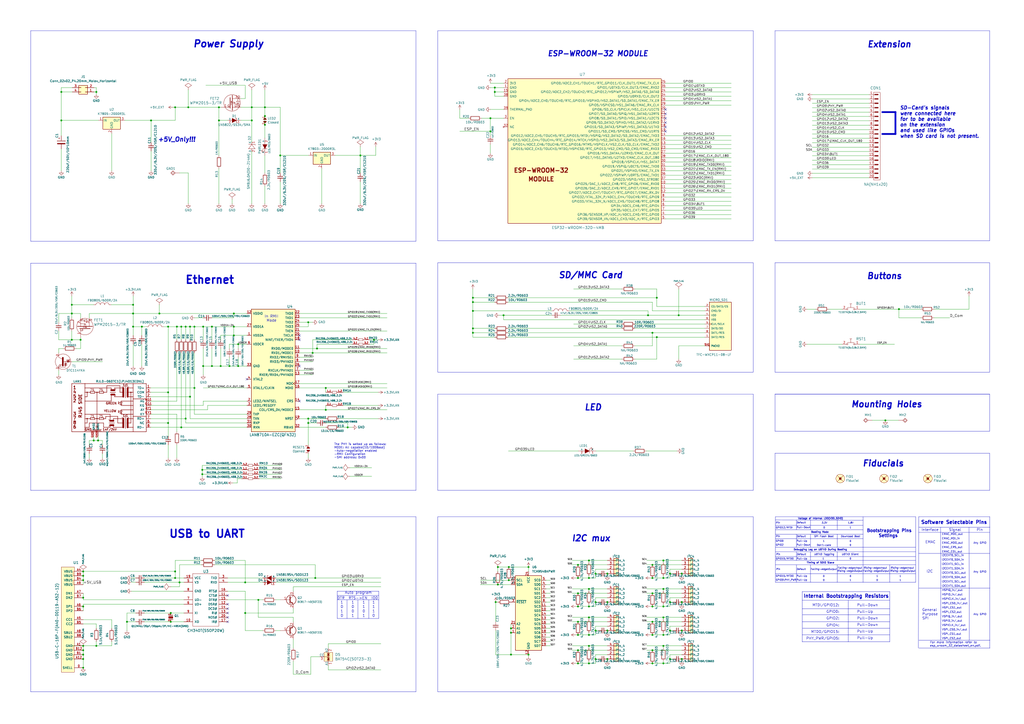
<source format=kicad_sch>
(kicad_sch (version 20230121) (generator eeschema)
  (paper "A2")
  (title_block (title "ESP32-DEVKIT-L") (date "2023-03-04") (rev "0") (company "HASATIO"))
  (junction (at 288.798 339.09))
  (junction (at 209.042 90.17))
  (junction (at 335.28 360.68))
  (junction (at 97.536 227.584))
  (junction (at 378.46 368.3))
  (junction (at 384.81 374.65))
  (junction (at 216.916 197.104))
  (junction (at 188.976 237.744))
  (junction (at 352.298 365.76))
  (junction (at 48.26 387.35))
  (junction (at 77.216 181.864))
  (junction (at 77.216 189.484))
  (junction (at 378.46 327.66))
  (junction (at 381 172.72))
  (junction (at 101.6 335.28))
  (junction (at 513.588 243.84))
  (junction (at 92.456 181.864))
  (junction (at 133.096 212.344))
  (junction (at 345.44 365.76))
  (junction (at 105.156 189.484))
  (junction (at 341.63 351.79))
  (junction (at 381 195.58))
  (junction (at 46.736 197.104))
  (junction (at 341.63 325.12))
  (junction (at 284.48 76.2))
  (junction (at 178.816 186.944))
  (junction (at 378.46 360.68))
  (junction (at 378.46 384.81))
  (junction (at 341.63 374.65))
  (junction (at 99.06 355.6))
  (junction (at 135.636 194.564))
  (junction (at 41.656 176.784))
  (junction (at 138.176 199.644))
  (junction (at 178.816 242.824))
  (junction (at 122.936 212.344))
  (junction (at 138.176 212.344))
  (junction (at 188.976 225.044))
  (junction (at 395.478 332.74))
  (junction (at 384.81 325.12))
  (junction (at 48.26 374.65))
  (junction (at 97.536 245.364))
  (junction (at 117.348 275.082))
  (junction (at 153.67 62.23))
  (junction (at 335.28 344.17))
  (junction (at 117.856 189.484))
  (junction (at 284.48 68.58))
  (junction (at 287.528 349.25))
  (junction (at 378.46 193.04))
  (junction (at 335.28 351.79))
  (junction (at 375.92 182.88))
  (junction (at 341.63 341.63))
  (junction (at 112.776 225.044))
  (junction (at 395.478 365.76))
  (junction (at 142.24 355.6))
  (junction (at 352.298 382.27))
  (junction (at 135.636 189.484))
  (junction (at 112.776 189.484))
  (junction (at 48.26 379.73))
  (junction (at 153.67 67.31))
  (junction (at 274.32 180.34))
  (junction (at 395.478 349.25))
  (junction (at 87.63 69.85))
  (junction (at 48.26 382.27))
  (junction (at 56.896 255.524))
  (junction (at 82.296 189.484))
  (junction (at 41.656 181.864))
  (junction (at 55.88 374.65))
  (junction (at 335.28 377.19))
  (junction (at 378.46 335.28))
  (junction (at 345.44 332.74))
  (junction (at 41.656 197.104))
  (junction (at 48.26 336.55))
  (junction (at 110.236 189.484))
  (junction (at 388.62 365.76))
  (junction (at 178.816 245.364))
  (junction (at 384.81 351.79))
  (junction (at 378.46 377.19))
  (junction (at 48.26 346.71))
  (junction (at 341.63 335.28))
  (junction (at 341.63 368.3))
  (junction (at 104.14 337.82))
  (junction (at 384.81 335.28))
  (junction (at 335.28 384.81))
  (junction (at 183.896 202.184))
  (junction (at 55.88 53.34))
  (junction (at 48.26 377.19))
  (junction (at 181.356 204.724))
  (junction (at 149.86 347.98))
  (junction (at 54.356 255.524))
  (junction (at 335.28 368.3))
  (junction (at 341.63 358.14))
  (junction (at 97.536 189.484))
  (junction (at 201.676 247.904))
  (junction (at 388.62 349.25))
  (junction (at 352.298 332.74))
  (junction (at 274.32 175.26))
  (junction (at 288.798 328.93))
  (junction (at 122.936 189.484))
  (junction (at 274.32 172.72))
  (junction (at 48.26 331.47))
  (junction (at 117.856 212.344))
  (junction (at 107.696 189.484))
  (junction (at 341.63 384.81))
  (junction (at 306.578 328.93))
  (junction (at 73.66 360.68))
  (junction (at 107.696 242.824))
  (junction (at 335.28 335.28))
  (junction (at 48.26 334.01))
  (junction (at 345.44 349.25))
  (junction (at 384.81 358.14))
  (junction (at 384.81 384.81))
  (junction (at 110.236 230.124))
  (junction (at 101.6 331.47))
  (junction (at 292.1 182.88))
  (junction (at 127 62.23))
  (junction (at 388.62 332.74))
  (junction (at 378.46 351.79))
  (junction (at 296.418 379.73))
  (junction (at 274.32 193.04))
  (junction (at 395.478 382.27))
  (junction (at 521.462 179.324))
  (junction (at 378.46 344.17))
  (junction (at 105.156 247.904))
  (junction (at 48.26 351.79))
  (junction (at 274.32 190.5))
  (junction (at 182.88 335.28))
  (junction (at 384.81 368.3))
  (junction (at 295.148 336.55))
  (junction (at 99.06 360.68))
  (junction (at 135.636 181.864))
  (junction (at 287.02 50.8))
  (junction (at 109.22 62.23))
  (junction (at 352.298 349.25))
  (junction (at 117.348 272.542))
  (junction (at 128.016 212.344))
  (junction (at 142.24 337.82))
  (junction (at 77.216 176.784))
  (junction (at 295.148 328.93))
  (junction (at 102.616 189.484))
  (junction (at 287.02 53.34))
  (junction (at 296.418 364.49))
  (junction (at 146.05 69.85))
  (junction (at 345.44 382.27))
  (junction (at 146.05 62.23))
  (junction (at 306.578 379.73))
  (junction (at 35.56 53.34))
  (junction (at 335.28 327.66))
  (junction (at 384.81 341.63))
  (junction (at 393.7 182.88))
  (junction (at 162.56 90.17))
  (junction (at 153.67 72.39))
  (junction (at 35.56 69.85))
  (junction (at 388.62 382.27))
  (junction (at 127 69.85))
  (junction (at 101.6 62.23))
  (junction (at 296.418 367.03))
  (no_connect (at 132.08 355.6))
  (no_connect (at 173.736 232.664))
  (no_connect (at 143.256 219.964))
  (no_connect (at 386.08 63.5))
  (no_connect (at 132.08 350.52))
  (no_connect (at 173.736 212.344))
  (no_connect (at 386.08 66.04))
  (no_connect (at 386.08 71.12))
  (no_connect (at 386.08 73.66))
  (no_connect (at 386.08 76.2))
  (no_connect (at 132.08 358.14))
  (no_connect (at 132.08 360.68))
  (no_connect (at 132.08 353.06))
  (no_connect (at 173.736 194.564))
  (no_connect (at 173.736 197.104))
  (no_connect (at 386.08 68.58))
  (no_connect (at 132.08 345.44))
  (wire (pts (xy 341.63 358.14) (xy 341.63 359.41)))
  (wire (pts (xy 55.88 361.95) (xy 55.88 364.49)))
  (polyline (pts (xy 449.834 299.72) (xy 531.114 299.72)))
  (wire (pts (xy 173.736 222.504) (xy 224.536 222.504)))
  (wire (pts (xy 143.256 232.664) (xy 117.856 232.664)))
  (wire (pts (xy 135.636 184.404) (xy 135.636 181.864)))
  (wire (pts (xy 287.528 349.25) (xy 288.798 349.25)))
  (wire (pts (xy 294.64 190.5) (xy 360.68 190.5)))
  (wire (pts (xy 341.63 374.65) (xy 341.63 375.92)))
  (polyline (pts (xy 574.04 152.4) (xy 449.58 152.4)))
  (wire (pts (xy 101.6 62.23) (xy 109.22 62.23)))
  (wire (pts (xy 46.736 181.864) (xy 41.656 181.864)))
  (wire (pts (xy 105.156 197.104) (xy 105.156 189.484)))
  (polyline (pts (xy 470.154 327.66) (xy 470.154 337.82)))
  (wire (pts (xy 64.77 359.41) (xy 64.77 364.49)))
  (wire (pts (xy 48.26 350.52) (xy 48.26 351.79)))
  (wire (pts (xy 381 167.64) (xy 368.3 167.64)))
  (wire (pts (xy 334.01 368.3) (xy 335.28 368.3)))
  (wire (pts (xy 190.5 388.62) (xy 220.98 388.62)))
  (wire (pts (xy 319.278 367.03) (xy 316.738 367.03)))
  (wire (pts (xy 59.436 263.144) (xy 59.436 265.684)))
  (polyline (pts (xy 574.167 299.72) (xy 574.167 375.92)))
  (wire (pts (xy 541.782 184.404) (xy 550.926 184.404)))
  (polyline (pts (xy 219.71 342.9) (xy 195.58 342.9)))
  (wire (pts (xy 138.176 199.644) (xy 143.256 199.644)))
  (wire (pts (xy 386.08 116.84) (xy 424.18 116.84)))
  (wire (pts (xy 117.856 212.344) (xy 117.856 217.424)))
  (polyline (pts (xy 254 228.6) (xy 436.88 228.6)))
  (wire (pts (xy 384.81 374.65) (xy 395.478 374.65)))
  (wire (pts (xy 173.736 225.044) (xy 188.976 225.044)))
  (polyline (pts (xy 436.88 228.6) (xy 436.88 284.48)))
  (wire (pts (xy 316.738 354.33) (xy 319.278 354.33)))
  (wire (pts (xy 388.62 332.74) (xy 388.62 330.2)))
  (wire (pts (xy 378.46 344.17) (xy 395.478 344.17)))
  (wire (pts (xy 160.02 347.98) (xy 162.56 347.98)))
  (wire (pts (xy 274.32 167.64) (xy 274.32 172.72)))
  (wire (pts (xy 386.08 109.22) (xy 424.18 109.22)))
  (wire (pts (xy 352.298 334.01) (xy 352.298 332.74)))
  (wire (pts (xy 87.63 69.85) (xy 87.63 82.55)))
  (polyline (pts (xy 254 152.4) (xy 254 215.9)))
  (wire (pts (xy 55.88 53.34) (xy 55.88 54.61)))
  (wire (pts (xy 149.86 347.98) (xy 152.4 347.98)))
  (wire (pts (xy 388.62 349.25) (xy 388.62 351.79)))
  (wire (pts (xy 274.32 175.26) (xy 287.02 175.26)))
  (wire (pts (xy 97.536 245.364) (xy 87.376 245.364)))
  (wire (pts (xy 294.64 175.26) (xy 378.46 175.26)))
  (wire (pts (xy 335.28 327.66) (xy 352.298 327.66)))
  (wire (pts (xy 35.56 50.8) (xy 35.56 53.34)))
  (wire (pts (xy 345.44 332.74) (xy 345.44 330.2)))
  (wire (pts (xy 135.636 189.484) (xy 143.256 189.484)))
  (polyline (pts (xy 532.892 308.864) (xy 574.167 308.864)))
  (polyline (pts (xy 562.102 305.816) (xy 562.229 371.348)))
  (wire (pts (xy 46.736 202.184) (xy 44.196 202.184)))
  (wire (pts (xy 345.44 365.76) (xy 345.44 363.22)))
  (wire (pts (xy 388.62 382.27) (xy 390.398 382.27)))
  (wire (pts (xy 393.7 182.88) (xy 408.94 182.88)))
  (wire (pts (xy 284.48 78.74) (xy 284.48 76.2)))
  (wire (pts (xy 274.32 190.5) (xy 274.32 193.04)))
  (wire (pts (xy 202.946 276.352) (xy 215.646 276.352)))
  (wire (pts (xy 183.896 199.644) (xy 183.896 202.184)))
  (polyline (pts (xy 213.995 347.98) (xy 213.995 358.775)))
  (wire (pts (xy 284.48 83.82) (xy 284.48 88.9)))
  (wire (pts (xy 51.816 181.864) (xy 77.216 181.864)))
  (wire (pts (xy 97.536 189.484) (xy 102.616 189.484)))
  (wire (pts (xy 83.82 337.82) (xy 104.14 337.82)))
  (wire (pts (xy 102.616 258.064) (xy 102.616 265.684)))
  (polyline (pts (xy 449.834 337.82) (xy 531.114 337.82)))
  (polyline (pts (xy 449.58 215.9) (xy 574.04 215.9)))
  (wire (pts (xy 214.376 197.104) (xy 216.916 197.104)))
  (wire (pts (xy 105.156 189.484) (xy 107.696 189.484)))
  (wire (pts (xy 504.19 72.644) (xy 471.17 72.644)))
  (wire (pts (xy 82.296 199.644) (xy 82.296 212.344)))
  (wire (pts (xy 386.08 99.06) (xy 424.18 99.06)))
  (wire (pts (xy 77.216 181.864) (xy 92.456 181.864)))
  (wire (pts (xy 77.216 199.644) (xy 77.216 212.344)))
  (wire (pts (xy 101.6 331.47) (xy 101.6 335.28)))
  (polyline (pts (xy 465.328 343.154) (xy 516.128 343.154)))
  (wire (pts (xy 375.158 344.17) (xy 378.46 344.17)))
  (wire (pts (xy 341.63 358.14) (xy 352.298 358.14)))
  (wire (pts (xy 331.978 377.19) (xy 335.28 377.19)))
  (wire (pts (xy 188.976 245.364) (xy 201.676 245.364)))
  (wire (pts (xy 162.56 90.17) (xy 179.07 90.17)))
  (polyline (pts (xy 500.634 337.82) (xy 500.634 299.72)))
  (wire (pts (xy 107.696 204.724) (xy 107.696 242.824)))
  (polyline (pts (xy 532.892 321.056) (xy 574.167 321.056)))
  (wire (pts (xy 296.418 364.49) (xy 296.418 367.03)))
  (polyline (pts (xy 17.78 17.78) (xy 241.3 17.78)))
  (wire (pts (xy 386.08 121.92) (xy 424.18 121.92)))
  (wire (pts (xy 190.5 373.38) (xy 220.98 373.38)))
  (polyline (pts (xy 449.834 309.88) (xy 500.634 309.88)))
  (wire (pts (xy 345.44 351.79) (xy 345.44 349.25)))
  (wire (pts (xy 386.08 106.68) (xy 424.18 106.68)))
  (polyline (pts (xy 511.81 65.024) (xy 519.43 65.024)) (stroke (width 1.016) (type solid)))
  (polyline (pts (xy 462.026 309.88) (xy 462.026 317.5)))
  (wire (pts (xy 287.528 349.25) (xy 287.528 360.68)))
  (wire (pts (xy 274.32 172.72) (xy 274.32 175.26)))
  (wire (pts (xy 341.63 384.81) (xy 345.44 384.81)))
  (wire (pts (xy 55.88 53.34) (xy 55.88 50.8)))
  (wire (pts (xy 384.81 326.39) (xy 384.81 325.12)))
  (wire (pts (xy 505.968 243.84) (xy 513.588 243.84)))
  (wire (pts (xy 180.34 391.16) (xy 180.34 381)))
  (wire (pts (xy 87.376 232.664) (xy 102.616 232.664)))
  (wire (pts (xy 140.208 275.082) (xy 117.348 275.082)))
  (wire (pts (xy 386.08 50.8) (xy 424.18 50.8)))
  (polyline (pts (xy 254 284.48) (xy 254 228.6)))
  (wire (pts (xy 319.278 349.25) (xy 316.738 349.25)))
  (wire (pts (xy 386.08 119.38) (xy 424.18 119.38)))
  (wire (pts (xy 341.63 374.65) (xy 352.298 374.65)))
  (polyline (pts (xy 470.154 301.625) (xy 470.154 307.34)))
  (polyline (pts (xy 574.04 17.78) (xy 449.58 17.78)))
  (wire (pts (xy 378.46 335.28) (xy 384.81 335.28)))
  (polyline (pts (xy 449.834 304.8) (xy 500.634 304.8)))
  (wire (pts (xy 335.28 351.79) (xy 341.63 351.79)))
  (polyline (pts (xy 574.04 215.9) (xy 574.04 152.4)))
  (wire (pts (xy 160.02 335.28) (xy 182.88 335.28)))
  (wire (pts (xy 133.096 212.344) (xy 133.096 207.264)))
  (wire (pts (xy 360.68 167.64) (xy 332.74 167.64)))
  (wire (pts (xy 341.63 368.3) (xy 341.63 367.03)))
  (wire (pts (xy 117.856 212.344) (xy 122.936 212.344)))
  (wire (pts (xy 375.158 341.63) (xy 384.81 341.63)))
  (wire (pts (xy 146.05 52.07) (xy 146.05 62.23)))
  (wire (pts (xy 77.216 181.864) (xy 77.216 189.484)))
  (wire (pts (xy 170.18 383.54) (xy 170.18 391.16)))
  (wire (pts (xy 106.68 350.52) (xy 48.26 350.52)))
  (wire (pts (xy 102.616 197.104) (xy 102.616 189.484)))
  (wire (pts (xy 562.102 179.324) (xy 562.102 171.704)))
  (wire (pts (xy 347.218 382.27) (xy 345.44 382.27)))
  (wire (pts (xy 41.656 192.024) (xy 41.656 197.104)))
  (polyline (pts (xy 574.04 139.7) (xy 574.04 17.78)))
  (wire (pts (xy 292.1 182.88) (xy 320.04 182.88)))
  (wire (pts (xy 386.08 124.46) (xy 424.18 124.46)))
  (wire (pts (xy 341.63 325.12) (xy 352.298 325.12)))
  (polyline (pts (xy 449.58 228.6) (xy 574.04 228.6)))
  (wire (pts (xy 117.348 275.082) (xy 117.348 276.606)))
  (wire (pts (xy 384.81 358.14) (xy 384.81 359.41)))
  (wire (pts (xy 78.74 360.68) (xy 73.66 360.68)))
  (wire (pts (xy 54.356 252.984) (xy 54.356 255.524)))
  (wire (pts (xy 378.46 368.3) (xy 384.81 368.3)))
  (wire (pts (xy 173.736 217.424) (xy 181.356 217.424)))
  (polyline (pts (xy 17.78 299.72) (xy 17.78 401.32)))
  (wire (pts (xy 341.63 325.12) (xy 341.63 326.39)))
  (wire (pts (xy 386.08 48.26) (xy 424.18 48.26)))
  (wire (pts (xy 34.036 197.104) (xy 41.656 197.104)))
  (wire (pts (xy 504.19 100.584) (xy 471.17 100.584)))
  (wire (pts (xy 196.596 247.904) (xy 201.676 247.904)))
  (wire (pts (xy 102.616 189.484) (xy 105.156 189.484)))
  (wire (pts (xy 162.56 90.17) (xy 162.56 100.33)))
  (wire (pts (xy 209.042 105.41) (xy 209.042 118.11)))
  (wire (pts (xy 117.856 232.664) (xy 117.856 235.204)))
  (wire (pts (xy 386.08 60.96) (xy 424.18 60.96)))
  (polyline (pts (xy 532.765 375.92) (xy 532.892 299.72)))
  (wire (pts (xy 345.44 332.74) (xy 347.218 332.74)))
  (wire (pts (xy 335.28 377.19) (xy 352.298 377.19)))
  (wire (pts (xy 173.736 184.404) (xy 224.536 184.404)))
  (wire (pts (xy 201.676 245.364) (xy 201.676 247.904)))
  (wire (pts (xy 204.216 199.644) (xy 183.896 199.644)))
  (wire (pts (xy 178.816 245.364) (xy 183.896 245.364)))
  (wire (pts (xy 424.18 86.36) (xy 386.08 86.36)))
  (wire (pts (xy 345.44 363.22) (xy 352.298 363.22)))
  (wire (pts (xy 468.122 179.324) (xy 473.202 179.324)))
  (wire (pts (xy 295.148 336.55) (xy 296.418 336.55)))
  (polyline (pts (xy 436.88 401.32) (xy 436.88 299.72)))
  (wire (pts (xy 35.56 53.34) (xy 41.91 53.34)))
  (wire (pts (xy 319.278 359.41) (xy 316.738 359.41)))
  (polyline (pts (xy 17.78 299.72) (xy 241.3 299.72)))
  (polyline (pts (xy 519.43 65.024) (xy 519.43 77.724)) (stroke (width 1.016) (type solid)))
  (wire (pts (xy 132.08 342.9) (xy 142.24 342.9)))
  (wire (pts (xy 143.256 235.204) (xy 120.396 235.204)))
  (wire (pts (xy 107.696 242.824) (xy 107.696 245.364)))
  (wire (pts (xy 97.536 245.364) (xy 97.536 252.984)))
  (wire (pts (xy 48.26 334.01) (xy 48.26 336.55)))
  (polyline (pts (xy 485.648 327.66) (xy 485.648 337.82)))
  (wire (pts (xy 219.456 235.204) (xy 199.136 235.204)))
  (wire (pts (xy 384.81 368.3) (xy 384.81 367.03)))
  (wire (pts (xy 170.18 353.06) (xy 170.18 355.6)))
  (wire (pts (xy 83.82 360.68) (xy 99.06 360.68)))
  (wire (pts (xy 378.46 360.68) (xy 395.478 360.68)))
  (polyline (pts (xy 17.78 152.654) (xy 241.3 152.654)))
  (wire (pts (xy 41.656 209.804) (xy 59.436 209.804)))
  (wire (pts (xy 390.398 349.25) (xy 388.62 349.25)))
  (wire (pts (xy 77.216 171.704) (xy 77.216 176.784)))
  (wire (pts (xy 386.08 53.34) (xy 424.18 53.34)))
  (polyline (pts (xy 436.88 215.9) (xy 436.88 152.4)))
  (wire (pts (xy 274.32 180.34) (xy 274.32 190.5)))
  (wire (pts (xy 266.7 68.58) (xy 271.78 68.58)))
  (polyline (pts (xy 470.154 309.88) (xy 470.154 317.5)))
  (wire (pts (xy 219.456 242.824) (xy 196.596 242.824)))
  (wire (pts (xy 142.24 57.15) (xy 142.24 49.53)))
  (wire (pts (xy 341.63 335.28) (xy 345.44 335.28)))
  (wire (pts (xy 534.162 184.404) (xy 521.462 184.404)))
  (wire (pts (xy 101.6 335.28) (xy 106.68 335.28)))
  (wire (pts (xy 173.736 189.484) (xy 178.816 189.484)))
  (wire (pts (xy 48.26 351.79) (xy 48.26 354.33)))
  (wire (pts (xy 274.32 175.26) (xy 274.32 180.34)))
  (polyline (pts (xy 462.026 327.66) (xy 462.026 337.82)))
  (wire (pts (xy 153.67 118.11) (xy 153.67 107.95)))
  (wire (pts (xy 381 195.58) (xy 381 208.28)))
  (wire (pts (xy 384.81 341.63) (xy 384.81 342.9)))
  (wire (pts (xy 521.462 184.404) (xy 521.462 179.324)))
  (wire (pts (xy 384.81 335.28) (xy 388.62 335.28)))
  (wire (pts (xy 160.02 365.76) (xy 162.56 365.76)))
  (wire (pts (xy 117.348 272.542) (xy 117.348 275.082)))
  (wire (pts (xy 153.67 62.23) (xy 153.67 67.31)))
  (wire (pts (xy 109.22 118.11) (xy 109.22 100.33)))
  (wire (pts (xy 377.19 351.79) (xy 378.46 351.79)))
  (wire (pts (xy 480.822 179.324) (xy 488.442 179.324)))
  (wire (pts (xy 100.33 62.23) (xy 101.6 62.23)))
  (wire (pts (xy 386.08 101.6) (xy 424.18 101.6)))
  (wire (pts (xy 331.978 358.14) (xy 341.63 358.14)))
  (wire (pts (xy 105.156 204.724) (xy 105.156 247.904)))
  (wire (pts (xy 46.736 195.834) (xy 46.736 197.104)))
  (wire (pts (xy 377.19 384.81) (xy 378.46 384.81)))
  (wire (pts (xy 132.08 347.98) (xy 149.86 347.98)))
  (wire (pts (xy 41.656 171.704) (xy 41.656 176.784)))
  (wire (pts (xy 194.31 90.17) (xy 209.042 90.17)))
  (wire (pts (xy 375.158 327.66) (xy 378.46 327.66)))
  (wire (pts (xy 386.08 83.82) (xy 424.18 83.82)))
  (wire (pts (xy 117.856 184.404) (xy 112.776 184.404)))
  (wire (pts (xy 504.19 90.424) (xy 471.17 90.424)))
  (wire (pts (xy 135.128 280.162) (xy 137.668 280.162)))
  (polyline (pts (xy 470.154 320.04) (xy 470.154 325.12)))
  (wire (pts (xy 112.776 197.104) (xy 112.776 189.484)))
  (wire (pts (xy 97.536 227.584) (xy 97.536 245.364)))
  (wire (pts (xy 334.01 384.81) (xy 335.28 384.81)))
  (wire (pts (xy 133.096 212.344) (xy 138.176 212.344)))
  (wire (pts (xy 214.376 199.644) (xy 216.916 199.644)))
  (wire (pts (xy 34.036 181.864) (xy 41.656 181.864)))
  (wire (pts (xy 112.776 225.044) (xy 112.776 240.284)))
  (wire (pts (xy 504.19 103.124) (xy 471.17 103.124)))
  (polyline (pts (xy 449.58 250.19) (xy 574.04 250.19)))
  (polyline (pts (xy 449.834 307.34) (xy 500.634 307.34)))
  (polyline (pts (xy 449.834 317.5) (xy 531.114 317.5)))
  (wire (pts (xy 170.18 370.84) (xy 170.18 375.92)))
  (wire (pts (xy 375.158 325.12) (xy 384.81 325.12)))
  (wire (pts (xy 504.19 57.404) (xy 471.17 57.404)))
  (wire (pts (xy 48.26 374.65) (xy 48.26 377.19)))
  (wire (pts (xy 395.478 383.54) (xy 395.478 382.27)))
  (wire (pts (xy 173.736 181.864) (xy 224.536 181.864)))
  (wire (pts (xy 140.208 270.002) (xy 117.348 270.002)))
  (wire (pts (xy 395.478 346.71) (xy 388.62 346.71)))
  (wire (pts (xy 504.19 92.964) (xy 471.17 92.964)))
  (wire (pts (xy 294.64 193.04) (xy 378.46 193.04)))
  (wire (pts (xy 35.56 86.36) (xy 35.56 99.06)))
  (polyline (pts (xy 574.294 375.92) (xy 533.019 375.92)))
  (wire (pts (xy 48.26 336.55) (xy 48.26 339.09)))
  (wire (pts (xy 48.26 374.65) (xy 55.88 374.65)))
  (wire (pts (xy 388.62 330.2) (xy 395.478 330.2)))
  (wire (pts (xy 296.418 361.95) (xy 296.418 364.49)))
  (polyline (pts (xy 219.71 358.775) (xy 195.58 358.775)))
  (wire (pts (xy 110.236 242.824) (xy 143.256 242.824)))
  (wire (pts (xy 278.638 336.55) (xy 295.148 336.55)))
  (wire (pts (xy 521.462 179.324) (xy 534.162 179.324)))
  (wire (pts (xy 319.278 364.49) (xy 316.738 364.49)))
  (wire (pts (xy 135.636 181.864) (xy 143.256 181.864)))
  (wire (pts (xy 146.05 62.23) (xy 153.67 62.23)))
  (wire (pts (xy 287.02 53.34) (xy 287.02 55.88)))
  (wire (pts (xy 132.08 69.85) (xy 127 69.85)))
  (wire (pts (xy 173.736 237.744) (xy 188.976 237.744)))
  (wire (pts (xy 341.63 341.63) (xy 352.298 341.63)))
  (wire (pts (xy 107.696 189.484) (xy 110.236 189.484)))
  (wire (pts (xy 105.156 247.904) (xy 143.256 247.904)))
  (wire (pts (xy 388.62 365.76) (xy 388.62 368.3)))
  (wire (pts (xy 386.08 78.74) (xy 424.18 78.74)))
  (wire (pts (xy 368.3 190.5) (xy 408.94 190.5)))
  (wire (pts (xy 378.46 200.66) (xy 368.3 200.66)))
  (wire (pts (xy 381 195.58) (xy 408.94 195.58)))
  (wire (pts (xy 204.216 197.104) (xy 181.356 197.104)))
  (wire (pts (xy 170.18 355.6) (xy 142.24 355.6)))
  (wire (pts (xy 51.816 255.524) (xy 54.356 255.524)))
  (wire (pts (xy 109.22 52.07) (xy 109.22 62.23)))
  (wire (pts (xy 107.696 197.104) (xy 107.696 189.484)))
  (wire (pts (xy 178.816 265.684) (xy 178.816 263.144)))
  (wire (pts (xy 288.798 331.47) (xy 288.798 328.93)))
  (wire (pts (xy 209.042 90.17) (xy 209.042 100.33)))
  (wire (pts (xy 388.62 335.28) (xy 388.62 332.74)))
  (wire (pts (xy 345.44 368.3) (xy 345.44 365.76)))
  (wire (pts (xy 140.208 272.542) (xy 117.348 272.542)))
  (wire (pts (xy 504.19 75.184) (xy 471.17 75.184)))
  (wire (pts (xy 190.5 373.38) (xy 190.5 375.92)))
  (wire (pts (xy 128.016 212.344) (xy 133.096 212.344)))
  (wire (pts (xy 135.636 194.564) (xy 143.256 194.564)))
  (wire (pts (xy 51.816 263.144) (xy 51.816 265.684)))
  (polyline (pts (xy 465.328 368.3) (xy 516.128 368.3)))
  (wire (pts (xy 122.936 189.484) (xy 135.636 189.484)))
  (wire (pts (xy 377.19 335.28) (xy 378.46 335.28)))
  (polyline (pts (xy 201.295 347.98) (xy 201.295 358.775)))
  (wire (pts (xy 284.48 76.2) (xy 266.7 76.2)))
  (wire (pts (xy 504.19 54.864) (xy 471.17 54.864)))
  (wire (pts (xy 217.932 90.17) (xy 217.932 85.09)))
  (wire (pts (xy 378.46 327.66) (xy 395.478 327.66)))
  (wire (pts (xy 122.936 197.104) (xy 122.936 189.484)))
  (wire (pts (xy 48.26 382.27) (xy 48.26 387.35)))
  (wire (pts (xy 41.656 181.864) (xy 41.656 184.404)))
  (wire (pts (xy 137.668 280.162) (xy 137.668 277.622)))
  (wire (pts (xy 170.18 340.36) (xy 220.98 340.36)))
  (wire (pts (xy 41.91 374.65) (xy 48.26 374.65)))
  (wire (pts (xy 375.158 358.14) (xy 384.81 358.14)))
  (wire (pts (xy 117.856 189.484) (xy 122.936 189.484)))
  (wire (pts (xy 330.2 180.34) (xy 375.92 180.34)))
  (wire (pts (xy 97.536 258.064) (xy 97.536 265.684)))
  (wire (pts (xy 388.62 379.73) (xy 388.62 382.27)))
  (wire (pts (xy 384.81 368.3) (xy 388.62 368.3)))
  (wire (pts (xy 132.08 337.82) (xy 142.24 337.82)))
  (polyline (pts (xy 465.328 372.237) (xy 516.128 372.237)))
  (wire (pts (xy 284.48 68.58) (xy 284.48 76.2)))
  (wire (pts (xy 77.216 189.484) (xy 77.216 194.564)))
  (wire (pts (xy 521.208 243.84) (xy 513.588 243.84)))
  (wire (pts (xy 153.67 67.31) (xy 153.67 72.39)))
  (wire (pts (xy 55.88 372.11) (xy 55.88 374.65)))
  (wire (pts (xy 319.278 361.95) (xy 316.738 361.95)))
  (wire (pts (xy 173.736 207.264) (xy 181.356 207.264)))
  (wire (pts (xy 120.396 237.744) (xy 87.376 237.744)))
  (wire (pts (xy 127 62.23) (xy 127 69.85)))
  (wire (pts (xy 504.19 70.104) (xy 471.17 70.104)))
  (polyline (pts (xy 449.58 139.7) (xy 574.04 139.7)))
  (wire (pts (xy 101.6 325.12) (xy 116.84 325.12)))
  (wire (pts (xy 190.5 386.08) (xy 190.5 388.62)))
  (wire (pts (xy 378.46 351.79) (xy 384.81 351.79)))
  (wire (pts (xy 48.26 331.47) (xy 101.6 331.47)))
  (polyline (pts (xy 531.114 337.82) (xy 531.114 299.72)))
  (wire (pts (xy 34.036 217.424) (xy 34.036 214.884)))
  (wire (pts (xy 72.39 69.85) (xy 87.63 69.85)))
  (wire (pts (xy 319.278 341.63) (xy 316.738 341.63)))
  (wire (pts (xy 133.096 199.644) (xy 138.176 199.644)))
  (wire (pts (xy 139.7 69.85) (xy 146.05 69.85)))
  (wire (pts (xy 288.798 328.93) (xy 295.148 328.93)))
  (wire (pts (xy 146.05 62.23) (xy 146.05 69.85)))
  (polyline (pts (xy 449.58 228.6) (xy 574.04 228.6)))
  (wire (pts (xy 284.48 50.8) (xy 287.02 50.8)))
  (wire (pts (xy 395.478 350.52) (xy 395.478 349.25)))
  (wire (pts (xy 216.916 199.644) (xy 216.916 197.104)))
  (wire (pts (xy 388.62 365.76) (xy 390.398 365.76)))
  (wire (pts (xy 77.216 189.484) (xy 82.296 189.484)))
  (wire (pts (xy 117.856 235.204) (xy 87.376 235.204)))
  (wire (pts (xy 266.7 63.5) (xy 266.7 68.58)))
  (wire (pts (xy 381 172.72) (xy 294.64 172.72)))
  (wire (pts (xy 142.24 337.82) (xy 152.4 337.82)))
  (wire (pts (xy 41.656 176.784) (xy 41.656 181.864)))
  (wire (pts (xy 378.46 180.34) (xy 408.94 180.34)))
  (wire (pts (xy 104.14 340.36) (xy 104.14 337.82)))
  (wire (pts (xy 388.62 384.81) (xy 384.81 384.81)))
  (wire (pts (xy 183.896 202.184) (xy 224.536 202.184)))
  (polyline (pts (xy 449.834 327.66) (xy 531.114 327.66)))
  (wire (pts (xy 278.638 339.09) (xy 288.798 339.09)))
  (polyline (pts (xy 516.128 327.66) (xy 516.128 337.82)))
  (wire (pts (xy 150.368 275.082) (xy 163.068 275.082)))
  (polyline (pts (xy 516.128 343.154) (xy 516.128 372.364)))
  (wire (pts (xy 127 118.11) (xy 127 97.79)))
  (wire (pts (xy 393.7 167.64) (xy 393.7 182.88)))
  (polyline (pts (xy 219.71 342.9) (xy 219.71 358.775)))
  (wire (pts (xy 178.816 242.824) (xy 188.976 242.824)))
  (wire (pts (xy 471.17 85.344) (xy 504.19 85.344)))
  (polyline (pts (xy 449.834 320.04) (xy 531.114 320.04)))
  (wire (pts (xy 153.67 62.23) (xy 162.56 62.23)))
  (polyline (pts (xy 436.88 284.48) (xy 254 284.48)))
  (wire (pts (xy 160.02 337.82) (xy 220.98 337.82)))
  (wire (pts (xy 341.63 368.3) (xy 345.44 368.3)))
  (polyline (pts (xy 254 139.7) (xy 436.88 139.7)))
  (wire (pts (xy 352.298 367.03) (xy 352.298 365.76)))
  (wire (pts (xy 287.02 55.88) (xy 292.1 55.88)))
  (wire (pts (xy 375.92 182.88) (xy 393.7 182.88)))
  (polyline (pts (xy 465.328 360.68) (xy 516.128 360.68)))
  (polyline (pts (xy 449.58 17.78) (xy 449.58 139.7)))
  (polyline (pts (xy 449.834 301.625) (xy 500.634 301.752)))
  (wire (pts (xy 408.94 187.96) (xy 368.3 187.96)))
  (wire (pts (xy 367.284 261.62) (xy 345.694 261.62)))
  (wire (pts (xy 97.536 227.584) (xy 87.376 227.584)))
  (wire (pts (xy 181.356 204.724) (xy 224.536 204.724)))
  (wire (pts (xy 150.368 277.622) (xy 163.068 277.622)))
  (wire (pts (xy 345.44 379.73) (xy 345.44 382.27)))
  (wire (pts (xy 112.776 225.044) (xy 87.376 225.044)))
  (wire (pts (xy 378.46 175.26) (xy 378.46 180.34)))
  (wire (pts (xy 51.816 258.064) (xy 51.816 255.524)))
  (wire (pts (xy 138.176 212.344) (xy 143.256 212.344)))
  (polyline (pts (xy 241.3 17.78) (xy 241.3 139.954)))
  (wire (pts (xy 331.978 374.65) (xy 341.63 374.65)))
  (wire (pts (xy 122.936 212.344) (xy 128.016 212.344)))
  (wire (pts (xy 146.05 118.11) (xy 146.05 87.63)))
  (wire (pts (xy 504.19 82.804) (xy 471.17 82.804)))
  (wire (pts (xy 133.096 199.644) (xy 133.096 202.184)))
  (wire (pts (xy 378.46 377.19) (xy 395.478 377.19)))
  (polyline (pts (xy 241.3 401.32) (xy 241.3 299.72)))
  (wire (pts (xy 173.736 186.944) (xy 178.816 186.944)))
  (wire (pts (xy 99.06 340.36) (xy 104.14 340.36)))
  (polyline (pts (xy 254 401.32) (xy 436.88 401.32)))
  (polyline (pts (xy 195.58 342.9) (xy 195.58 358.775)))
  (wire (pts (xy 48.26 377.19) (xy 48.26 379.73)))
  (wire (pts (xy 375.158 360.68) (xy 378.46 360.68)))
  (wire (pts (xy 341.63 342.9) (xy 341.63 341.63)))
  (wire (pts (xy 341.63 384.81) (xy 341.63 383.54)))
  (wire (pts (xy 143.256 225.044) (xy 117.856 225.044)))
  (wire (pts (xy 149.86 358.14) (xy 149.86 347.98)))
  (polyline (pts (xy 449.58 284.48) (xy 449.58 262.89)))
  (wire (pts (xy 110.236 204.724) (xy 110.236 230.124)))
  (polyline (pts (xy 449.834 332.74) (xy 531.114 332.74)))
  (wire (pts (xy 386.08 114.3) (xy 424.18 114.3)))
  (wire (pts (xy 87.376 247.904) (xy 105.156 247.904)))
  (wire (pts (xy 504.19 65.024) (xy 471.17 65.024)))
  (wire (pts (xy 54.356 176.784) (xy 41.656 176.784)))
  (wire (pts (xy 116.84 327.66) (xy 104.14 327.66)))
  (wire (pts (xy 138.176 202.184) (xy 138.176 199.644)))
  (wire (pts (xy 173.736 209.804) (xy 181.356 209.804)))
  (wire (pts (xy 388.62 346.71) (xy 388.62 349.25)))
  (wire (pts (xy 209.042 85.09) (xy 209.042 90.17)))
  (wire (pts (xy 180.34 381) (xy 185.42 381)))
  (polyline (pts (xy 449.834 299.72) (xy 449.834 337.82)))
  (wire (pts (xy 375.92 180.34) (xy 375.92 182.88)))
  (polyline (pts (xy 485.648 325.12) (xy 485.648 320.04)))
  (wire (pts (xy 87.63 69.85) (xy 101.6 69.85)))
  (polyline (pts (xy 462.026 320.04) (xy 462.026 325.12)))
  (wire (pts (xy 319.278 346.71) (xy 316.738 346.71)))
  (wire (pts (xy 287.02 193.04) (xy 274.32 193.04)))
  (wire (pts (xy 188.976 227.584) (xy 188.976 225.044)))
  (polyline (pts (xy 254 215.9) (xy 436.88 215.9)))
  (wire (pts (xy 128.016 202.184) (xy 128.016 212.344)))
  (wire (pts (xy 142.24 49.53) (xy 119.38 49.53)))
  (wire (pts (xy 142.24 342.9) (xy 142.24 355.6)))
  (wire (pts (xy 41.91 50.8) (xy 35.56 50.8)))
  (wire (pts (xy 388.62 379.73) (xy 395.478 379.73)))
  (wire (pts (xy 48.26 379.73) (xy 48.26 382.27)))
  (wire (pts (xy 395.478 334.01) (xy 395.478 332.74)))
  (wire (pts (xy 504.19 67.564) (xy 471.17 67.564)))
  (wire (pts (xy 331.978 327.66) (xy 335.28 327.66)))
  (polyline (pts (xy 449.58 262.89) (xy 574.04 262.89)))
  (wire (pts (xy 150.368 270.002) (xy 163.068 270.002)))
  (wire (pts (xy 274.32 180.34) (xy 320.04 180.34)))
  (polyline (pts (xy 533.019 305.816) (xy 574.294 305.816)))
  (wire (pts (xy 292.1 185.42) (xy 292.1 182.88)))
  (wire (pts (xy 110.236 197.104) (xy 110.236 189.484)))
  (wire (pts (xy 83.82 355.6) (xy 99.06 355.6)))
  (wire (pts (xy 87.63 87.63) (xy 87.63 99.06)))
  (wire (pts (xy 107.696 242.824) (xy 87.376 242.824)))
  (wire (pts (xy 284.48 68.58) (xy 292.1 68.58)))
  (wire (pts (xy 384.81 351.79) (xy 384.81 350.52)))
  (wire (pts (xy 153.67 90.17) (xy 153.67 100.33)))
  (wire (pts (xy 345.44 330.2) (xy 352.298 330.2)))
  (wire (pts (xy 99.06 355.6) (xy 106.68 355.6)))
  (polyline (pts (xy 254 299.72) (xy 436.88 299.72)))
  (polyline (pts (xy 449.58 250.19) (xy 449.58 228.6)))
  (wire (pts (xy 110.236 230.124) (xy 87.376 230.124)))
  (wire (pts (xy 137.668 277.622) (xy 140.208 277.622)))
  (wire (pts (xy 94.996 189.484) (xy 97.536 189.484)))
  (wire (pts (xy 64.77 372.11) (xy 64.77 374.65)))
  (wire (pts (xy 360.68 208.28) (xy 332.74 208.28)))
  (wire (pts (xy 127 69.85) (xy 127 90.17)))
  (polyline (pts (xy 462.026 301.625) (xy 462.026 307.34)))
  (wire (pts (xy 146.05 69.85) (xy 146.05 82.55)))
  (wire (pts (xy 319.278 336.55) (xy 316.738 336.55)))
  (wire (pts (xy 331.978 341.63) (xy 341.63 341.63)))
  (wire (pts (xy 48.26 347.98) (xy 106.68 347.98)))
  (polyline (pts (xy 17.78 152.654) (xy 17.78 284.48)))
  (wire (pts (xy 306.578 379.73) (xy 306.578 381)))
  (wire (pts (xy 541.782 179.324) (xy 562.102 179.324)))
  (wire (pts (xy 335.28 335.28) (xy 341.63 335.28)))
  (wire (pts (xy 153.67 72.39) (xy 153.67 80.01)))
  (wire (pts (xy 219.456 227.584) (xy 199.136 227.584)))
  (wire (pts (xy 35.56 69.85) (xy 35.56 78.74)))
  (wire (pts (xy 498.602 179.324) (xy 521.462 179.324)))
  (wire (pts (xy 48.26 344.17) (xy 48.26 346.71)))
  (wire (pts (xy 335.28 368.3) (xy 341.63 368.3)))
  (wire (pts (xy 162.56 62.23) (xy 162.56 90.17)))
  (polyline (pts (xy 465.582 356.616) (xy 516.128 356.616)))
  (wire (pts (xy 384.81 335.28) (xy 384.81 334.01)))
  (wire (pts (xy 82.296 194.564) (xy 82.296 189.484)))
  (wire (pts (xy 386.08 127) (xy 424.18 127)))
  (wire (pts (xy 78.74 355.6) (xy 73.66 355.6)))
  (polyline (pts (xy 436.88 17.78) (xy 436.88 139.7)))
  (polyline (pts (xy 17.78 139.954) (xy 241.3 139.954)))
  (wire (pts (xy 295.148 328.93) (xy 306.578 328.93)))
  (wire (pts (xy 77.216 176.784) (xy 77.216 181.864)))
  (polyline (pts (xy 207.645 347.98) (xy 207.645 358.775)))
  (wire (pts (xy 83.82 335.28) (xy 101.6 335.28)))
  (wire (pts (xy 59.436 255.524) (xy 59.436 258.064)))
  (wire (pts (xy 279.4 68.58) (xy 284.48 68.58)))
  (wire (pts (xy 34.036 186.944) (xy 34.036 181.864)))
  (wire (pts (xy 319.278 374.65) (xy 316.738 374.65)))
  (wire (pts (xy 335.28 327.66) (xy 335.28 327.6303)))
  (wire (pts (xy 504.19 59.944) (xy 471.17 59.944)))
  (wire (pts (xy 107.696 245.364) (xy 143.256 245.364)))
  (polyline (pts (xy 465.328 353.06) (xy 516.128 353.06)))
  (wire (pts (xy 112.776 189.484) (xy 117.856 189.484)))
  (wire (pts (xy 153.67 52.07) (xy 153.67 62.23)))
  (wire (pts (xy 381 172.72) (xy 381 167.64)))
  (wire (pts (xy 101.6 325.12) (xy 101.6 331.47)))
  (wire (pts (xy 181.356 197.104) (xy 181.356 204.724)))
  (wire (pts (xy 289.56 182.88) (xy 292.1 182.88)))
  (wire (pts (xy 112.776 240.284) (xy 143.256 240.284)))
  (wire (pts (xy 124.46 327.66) (xy 182.88 327.66)))
  (polyline (pts (xy 465.328 348.234) (xy 516.128 348.234)))
  (wire (pts (xy 41.656 197.104) (xy 46.736 197.104)))
  (wire (pts (xy 48.26 331.47) (xy 48.26 334.01)))
  (polyline (pts (xy 195.58 347.98) (xy 219.71 347.98)))
  (wire (pts (xy 173.736 202.184) (xy 183.896 202.184)))
  (polyline (pts (xy 449.834 322.834) (xy 531.114 322.834)))
  (wire (pts (xy 384.81 374.65) (xy 384.81 375.92)))
  (wire (pts (xy 287.528 365.76) (xy 287.528 379.73)))
  (wire (pts (xy 117.856 202.184) (xy 117.856 212.344)))
  (wire (pts (xy 325.12 182.88) (xy 375.92 182.88)))
  (wire (pts (xy 73.66 355.6) (xy 73.66 360.68)))
  (wire (pts (xy 384.81 325.12) (xy 395.478 325.12)))
  (wire (pts (xy 274.32 195.58) (xy 287.02 195.58)))
  (wire (pts (xy 287.02 50.8) (xy 287.02 53.34)))
  (wire (pts (xy 170.18 358.14) (xy 149.86 358.14)))
  (wire (pts (xy 341.63 334.01) (xy 341.63 335.28)))
  (wire (pts (xy 386.08 111.76) (xy 424.18 111.76)))
  (wire (pts (xy 120.396 235.204) (xy 120.396 237.744)))
  (wire (pts (xy 139.7 62.23) (xy 146.05 62.23)))
  (wire (pts (xy 35.56 53.34) (xy 35.56 69.85)))
  (wire (pts (xy 92.456 176.784) (xy 92.456 181.864)))
  (wire (pts (xy 386.08 104.14) (xy 424.18 104.14)))
  (wire (pts (xy 127 62.23) (xy 128.27 62.23)))
  (wire (pts (xy 341.63 351.79) (xy 341.63 350.52)))
  (wire (pts (xy 64.77 374.65) (xy 55.88 374.65)))
  (wire (pts (xy 173.736 192.024) (xy 224.536 192.024)))
  (wire (pts (xy 395.478 367.03) (xy 395.478 365.76)))
  (wire (pts (xy 142.24 325.12) (xy 142.24 337.82)))
  (wire (pts (xy 170.18 360.68) (xy 170.18 358.14)))
  (wire (pts (xy 284.48 48.26) (xy 292.1 48.26)))
  (wire (pts (xy 122.936 202.184) (xy 122.936 212.344)))
  (wire (pts (xy 35.56 69.85) (xy 57.15 69.85)))
  (wire (pts (xy 319.278 351.79) (xy 316.738 351.79)))
  (polyline (pts (xy 449.834 312.42) (xy 500.634 312.42)))
  (wire (pts (xy 378.46 193.04) (xy 378.46 200.66)))
  (wire (pts (xy 78.74 337.82) (xy 76.2 337.82)))
  (polyline (pts (xy 545.592 305.816) (xy 545.719 371.348)))
  (polyline (pts (xy 449.58 152.4) (xy 449.58 215.9)))
  (wire (pts (xy 518.922 199.644) (xy 498.602 199.644)))
  (wire (pts (xy 468.122 199.644) (xy 488.442 199.644)))
  (polyline (pts (xy 449.834 325.12) (xy 531.114 325.12)))
  (wire (pts (xy 360.68 187.96) (xy 332.74 187.96)))
  (wire (pts (xy 335.534 261.62) (xy 294.894 261.62)))
  (wire (pts (xy 73.66 360.68) (xy 73.66 365.76)))
  (wire (pts (xy 375.158 377.19) (xy 378.46 377.19)))
  (wire (pts (xy 34.036 192.024) (xy 34.036 197.104)))
  (wire (pts (xy 202.946 271.272) (xy 215.646 271.272)))
  (wire (pts (xy 54.356 255.524) (xy 56.896 255.524)))
  (wire (pts (xy 386.08 58.42) (xy 424.18 58.42)))
  (wire (pts (xy 316.738 372.11) (xy 319.278 372.11)))
  (wire (pts (xy 345.44 346.71) (xy 345.44 349.25)))
  (wire (pts (xy 128.016 194.564) (xy 135.636 194.564)))
  (wire (pts (xy 384.81 384.81) (xy 384.81 383.54)))
  (wire (pts (xy 102.616 250.444) (xy 102.616 240.284)))
  (wire (pts (xy 99.06 360.68) (xy 106.68 360.68)))
  (wire (pts (xy 335.28 384.81) (xy 341.63 384.81)))
  (wire (pts (xy 334.01 335.28) (xy 335.28 335.28)))
  (wire (pts (xy 48.26 361.95) (xy 55.88 361.95)))
  (polyline (pts (xy 241.3 284.48) (xy 241.3 152.654)))
  (polyline (pts (xy 195.58 345.44) (xy 219.71 345.44)))
  (wire (pts (xy 388.62 363.22) (xy 395.478 363.22)))
  (wire (pts (xy 334.01 351.79) (xy 335.28 351.79)))
  (wire (pts (xy 135.636 189.484) (xy 135.636 194.564)))
  (wire (pts (xy 64.516 176.784) (xy 77.216 176.784)))
  (wire (pts (xy 51.816 184.404) (xy 51.816 181.864)))
  (wire (pts (xy 319.278 339.09) (xy 316.738 339.09)))
  (polyline (pts (xy 17.78 284.48) (xy 241.3 284.48)))
  (polyline (pts (xy 519.43 77.724) (xy 511.81 77.724)) (stroke (width 1.016) (type solid)))
  (wire (pts (xy 78.74 335.28) (xy 76.2 335.28)))
  (wire (pts (xy 292.1 53.34) (xy 287.02 53.34)))
  (wire (pts (xy 186.69 97.79) (xy 186.69 118.11)))
  (polyline (pts (xy 436.88 17.78) (xy 254 17.78)))
  (wire (pts (xy 504.19 80.264) (xy 471.17 80.264)))
  (wire (pts (xy 55.88 50.8) (xy 54.61 50.8)))
  (wire (pts (xy 386.08 96.52) (xy 424.18 96.52)))
  (wire (pts (xy 386.08 93.98) (xy 424.18 93.98)))
  (polyline (pts (xy 574.04 250.19) (xy 574.04 228.6)))
  (wire (pts (xy 378.46 384.81) (xy 384.81 384.81)))
  (wire (pts (xy 408.94 185.42) (xy 292.1 185.42)))
  (polyline (pts (xy 533.019 341.122) (xy 574.294 341.122)))
  (wire (pts (xy 287.02 50.8) (xy 292.1 50.8)))
  (wire (pts (xy 132.08 335.28) (xy 152.4 335.28)))
  (wire (pts (xy 54.61 53.34) (xy 55.88 53.34)))
  (wire (pts (xy 319.278 356.87) (xy 316.738 356.87)))
  (wire (pts (xy 296.418 379.73) (xy 306.578 379.73)))
  (wire (pts (xy 288.798 339.09) (xy 296.418 339.09)))
  (polyline (pts (xy 491.998 348.234) (xy 491.998 372.364)))
  (wire (pts (xy 386.08 55.88) (xy 424.18 55.88)))
  (wire (pts (xy 386.08 81.28) (xy 424.18 81.28)))
  (wire (pts (xy 188.976 225.044) (xy 224.536 225.044)))
  (wire (pts (xy 173.736 214.884) (xy 181.356 214.884)))
  (wire (pts (xy 274.32 193.04) (xy 274.32 195.58)))
  (wire (pts (xy 384.81 341.63) (xy 395.478 341.63)))
  (wire (pts (xy 287.528 379.73) (xy 296.418 379.73)))
  (wire (pts (xy 56.896 252.984) (xy 56.896 255.524)))
  (wire (pts (xy 393.7 208.28) (xy 393.7 200.66)))
  (wire (pts (xy 388.62 332.74) (xy 390.398 332.74)))
  (wire (pts (xy 170.18 342.9) (xy 170.18 340.36)))
  (wire (pts (xy 347.218 349.25) (xy 345.44 349.25)))
  (wire (pts (xy 331.978 344.17) (xy 335.28 344.17)))
  (wire (pts (xy 331.978 325.12) (xy 341.63 325.12)))
  (wire (pts (xy 112.776 204.724) (xy 112.776 225.044)))
  (wire (pts (xy 504.19 77.724) (xy 471.17 77.724)))
  (wire (pts (xy 504.19 62.484) (xy 471.17 62.484)))
  (wire (pts (xy 82.296 189.484) (xy 84.836 189.484)))
  (wire (pts (xy 150.368 272.542) (xy 163.068 272.542)))
  (wire (pts (xy 134.62 118.11) (xy 134.62 115.57)))
  (wire (pts (xy 56.896 255.524) (xy 59.436 255.524)))
  (wire (pts (xy 388.62 363.22) (xy 388.62 365.76)))
  (polyline (pts (xy 465.328 343.154) (xy 465.328 372.364)))
  (wire (pts (xy 408.94 177.8) (xy 381 177.8)))
  (wire (pts (xy 384.81 351.79) (xy 388.62 351.79)))
  (wire (pts (xy 48.26 346.71) (xy 48.26 347.98)))
  (wire (pts (xy 345.44 379.73) (xy 352.298 379.73)))
  (wire (pts (xy 182.88 335.28) (xy 220.98 335.28)))
  (wire (pts (xy 117.856 197.104) (xy 117.856 189.484)))
  (wire (pts (xy 345.44 335.28) (xy 345.44 332.74)))
  (wire (pts (xy 48.26 359.41) (xy 64.77 359.41)))
  (wire (pts (xy 335.28 344.17) (xy 352.298 344.17)))
  (wire (pts (xy 182.88 327.66) (xy 182.88 335.28)))
  (wire (pts (xy 76.2 342.9) (xy 106.68 342.9)))
  (wire (pts (xy 386.08 91.44) (xy 424.18 91.44)))
  (wire (pts (xy 319.278 344.17) (xy 316.738 344.17)))
  (wire (pts (xy 345.44 346.71) (xy 352.298 346.71)))
  (wire (pts (xy 384.81 358.14) (xy 395.478 358.14)))
  (wire (pts (xy 331.978 360.68) (xy 335.28 360.68)))
  (polyline (pts (xy 533.019 371.348) (xy 574.294 371.348)))
  (wire (pts (xy 381 177.8) (xy 381 172.72)))
  (wire (pts (xy 381 208.28) (xy 368.3 208.28)))
  (wire (pts (xy 274.32 190.5) (xy 287.02 190.5)))
  (wire (pts (xy 142.24 57.15) (xy 139.7 57.15)))
  (wire (pts (xy 104.14 327.66) (xy 104.14 337.82)))
  (polyline (pts (xy 436.88 152.4) (xy 254 152.4)))
  (wire (pts (xy 393.7 200.66) (xy 408.94 200.66)))
  (wire (pts (xy 345.44 365.76) (xy 347.218 365.76)))
  (wire (pts (xy 178.816 186.944) (xy 181.356 186.944)))
  (wire (pts (xy 124.46 325.12) (xy 142.24 325.12)))
  (wire (pts (xy 162.56 105.41) (xy 162.56 118.11)))
  (wire (pts (xy 378.46 193.04) (xy 408.94 193.04)))
  (wire (pts (xy 109.22 100.33) (xy 104.14 100.33)))
  (wire (pts (xy 110.236 230.124) (xy 110.236 242.824)))
  (wire (pts (xy 109.22 62.23) (xy 127 62.23)))
  (wire (pts (xy 201.676 247.904) (xy 204.216 247.904)))
  (wire (pts (xy 173.736 242.824) (xy 178.816 242.824)))
  (wire (pts (xy 138.176 212.344) (xy 138.176 207.264)))
  (wire (pts (xy 345.44 382.27) (xy 345.44 384.81)))
  (wire (pts (xy 110.236 189.484) (xy 112.776 189.484)))
  (wire (pts (xy 34.036 202.184) (xy 34.036 204.724)))
  (wire (pts (xy 46.736 197.104) (xy 46.736 202.184)))
  (wire (pts (xy 142.24 365.76) (xy 152.4 365.76)))
  (wire (pts (xy 188.976 235.204) (xy 188.976 237.744)))
  (polyline (pts (xy 485.648 301.625) (xy 485.648 307.34)))
  (polyline (pts (xy 254 401.32) (xy 254 299.72)))
  (wire (pts (xy 386.08 88.9) (xy 424.18 88.9)))
  (wire (pts (xy 374.904 261.62) (xy 392.684 261.62)))
  (wire (pts (xy 209.042 90.17) (xy 217.932 90.17)))
  (wire (pts (xy 97.536 189.484) (xy 97.536 227.584)))
  (wire (pts (xy 352.298 383.54) (xy 352.298 382.27)))
  (wire (pts (xy 319.278 369.57) (xy 316.738 369.57)))
  (polyline (pts (xy 449.58 284.48) (xy 574.04 284.48)))
  (wire (pts (xy 178.816 242.824) (xy 178.816 245.364)))
  (wire (pts (xy 178.816 245.364) (xy 178.816 258.064)))
  (polyline (pts (xy 485.648 309.88) (xy 485.648 317.5)))
  (wire (pts (xy 306.578 328.93) (xy 306.578 331.47)))
  (wire (pts (xy 92.456 181.864) (xy 135.636 181.864)))
  (wire (pts (xy 117.348 270.002) (xy 117.348 272.542)))
  (wire (pts (xy 36.576 202.184) (xy 34.036 202.184)))
  (wire (pts (xy 294.64 195.58) (xy 381 195.58)))
  (wire (pts (xy 102.616 232.664) (xy 102.616 204.724)))
  (wire (pts (xy 341.63 351.79) (xy 345.44 351.79)))
  (wire (pts (xy 64.77 77.47) (xy 64.77 99.06)))
  (wire (pts (xy 188.976 247.904) (xy 173.736 247.904)))
  (wire (pts (xy 292.1 63.5) (xy 284.48 63.5)))
  (wire (pts (xy 471.17 87.884) (xy 504.19 87.884)))
  (polyline (pts (xy 254 17.78) (xy 254 139.7)))
  (wire (pts (xy 377.19 368.3) (xy 378.46 368.3)))
  (wire (pts (xy 216.916 197.104) (xy 219.456 197.104)))
  (wire (pts (xy 335.28 360.68) (xy 352.298 360.68)))
  (wire (pts (xy 296.418 367.03) (xy 296.418 379.73)))
  (wire (pts (xy 188.976 237.744) (xy 224.536 237.744)))
  (wire (pts (xy 388.62 382.27) (xy 388.62 384.81)))
  (polyline (pts (xy 532.892 299.72) (xy 574.167 299.72)))
  (polyline (pts (xy 17.78 17.78) (xy 17.78 139.954)))
  (wire (pts (xy 287.02 172.72) (xy 274.32 172.72)))
  (wire (pts (xy 142.24 355.6) (xy 142.24 365.76)))
  (wire (pts (xy 375.158 374.65) (xy 384.81 374.65)))
  (wire (pts (xy 102.616 240.284) (xy 87.376 240.284)))
  (wire (pts (xy 170.18 391.16) (xy 180.34 391.16)))
  (wire (pts (xy 122.936 184.404) (xy 135.636 184.404)))
  (wire (pts (xy 128.016 194.564) (xy 128.016 197.104)))
  (polyline (pts (xy 465.582 364.49) (xy 516.128 364.49)))
  (wire (pts (xy 178.816 189.484) (xy 178.816 186.944)))
  (polyline (pts (xy 574.04 284.48) (xy 574.04 262.89)))
  (wire (pts (xy 504.19 98.044) (xy 471.17 98.044)))
  (wire (pts (xy 504.19 95.504) (xy 471.17 95.504)))
  (wire (pts (xy 352.298 350.52) (xy 352.298 349.25)))
  (wire (pts (xy 101.6 69.85) (xy 101.6 62.23)))
  (wire (pts (xy 104.14 337.82) (xy 106.68 337.82)))
  (wire (pts (xy 46.736 184.404) (xy 46.736 181.864)))
  (wire (pts (xy 173.736 204.724) (xy 181.356 204.724)))
  (polyline (pts (xy 17.78 401.32) (xy 241.3 401.32)))
  (wire (pts (xy 360.68 200.66) (xy 332.74 200.66)))
  (text "EMAC" (at 536.702 315.468 0) (effects (font (size 1.4986 1.4986)) (justify left bottom)))
  (text "Any GPIO" (at 564.642 315.722 0) (effects (font (size 1.0922 1.0922)) (justify left bottom)))
  (text "1" (at 203.835 358.14 0) (effects (font (size 1.524 1.524)) (justify left bottom)))
  (text "LED" (at 338.836 238.506 0) (effects (font (size 3.5052 3.5052) (thickness 0.701) bold italic) (justify left bottom)))
  (text "0" (at 197.485 358.14 0) (effects (font (size 1.524 1.524)) (justify left bottom)))
  (text "GPIO0:" (at 479.298 355.854 0) (effects (font (size 1.4986 1.4986)) (justify left bottom)))
  (text "1" (at 215.9 350.52 0) (effects (font (size 1.524 1.524)) (justify left bottom)))
  (text "Power Supply" (at 111.76 27.94 0) (effects (font (size 3.9878 3.9878) (thickness 0.7976) bold italic) (justify left bottom)))
  (text "+5V_Only!!!" (at 91.44 82.55 0) (effects (font (size 2.54 2.54) (thickness 0.508) bold italic) (justify left bottom)))
  (text "Internal Bootstrapping Resistors" (at 465.963 347.091 0) (effects (font (size 2.0066 2.0066) (thickness 0.4013) bold) (justify left bottom)))
  (text "1" (at 508.254 335.026 0) (effects (font (size 0.9906 0.9906)) (justify left bottom)))
  (text "Debugging Log on U0TXD During Booting" (at 460.248 319.532 0) (effects (font (size 0.9906 0.9906) (thickness 0.1981) bold) (justify left bottom)))
  (text "1" (at 215.9 355.6 0) (effects (font (size 1.524 1.524)) (justify left bottom)))
  (text "Auto program\n" (at 200.025 344.805 0) (effects (font (size 1.524 1.524)) (justify left bottom)))
  (text "1" (at 197.485 350.52 0) (effects (font (size 1.524 1.524)) (justify left bottom)))
  (text "0" (at 492.76 314.706 0) (effects (font (size 0.9906 0.9906)) (justify left bottom)))
  (text "Pull-Up" (at 497.078 367.284 0) (effects (font (size 1.4986 1.4986)) (justify left bottom)))
  (text "GPIO15/MTDO" (at 449.961 334.899 0) (effects (font (size 0.9906 0.9906)) (justify left bottom)))
  (text "Rising-edge:Output" (at 516.255 331.978 0) (effects (font (size 0.9906 0.9906) italic) (justify left bottom)))
  (text "For more information refer to \nesp_wroom_32_datasheet_en.pdf." (at 539.369 375.412 0) (effects (font (size 1.1938 1.1938) italic) (justify left bottom)))
  (text "I2C mux\n" (at 331.47 314.452 0) (effects (font (size 3.5052 3.5052) (thickness 0.701) bold italic) (justify left bottom)))
  (text "VSPIQ_in/_out" (at 546.354 358.394 0) (effects (font (size 1.0922 1.0922)) (justify left bottom)))
  (text "1" (at 210.185 358.14 0) (effects (font (size 1.524 1.524)) (justify left bottom)))
  (text "SD/MMC Card" (at 323.85 161.798 0) (effects (font (size 3.5052 3.5052) (thickness 0.701) bold italic) (justify left bottom)))
  (text "0" (at 477.266 337.312 0) (effects (font (size 0.9906 0.9906)) (justify left bottom)))
  (text "0" (at 508.254 337.312 0) (effects (font (size 0.9906 0.9906)) (justify left bottom)))
  (text "USB to UART" (at 97.79 312.42 0) (effects (font (size 4.4958 4.4958) (thickness 0.8992) bold) (justify left bottom)))
  (text "Software Selectable Pins" (at 534.162 304.292 0) (effects (font (size 2.0066 2.0066) (thickness 0.4013) bold) (justify left bottom)))
  (text "Rising-edge:Input" (at 500.888 330.2 0) (effects (font (size 0.9906 0.9906) italic) (justify left bottom)))
  (text "Pull-Down" (at 497.078 363.474 0) (effects (font (size 1.4986 1.4986)) (justify left bottom)))
  (text "Default" (at 462.153 322.326 0) (effects (font (size 0.9906 0.9906) italic) (justify left bottom)))
  (text "VSPI_CS0_in/_out" (at 546.354 366.014 0) (effects (font (size 1.0922 1.0922)) (justify left bottom)))
  (text "VSPI_CS1_out" (at 546.354 368.554 0) (effects (font (size 1.0922 1.0922)) (justify left bottom)))
  (text "Pull-Down" (at 462.026 316.865 0) (effects (font (size 0.9906 0.9906)) (justify left bottom)))
  (text "Pin" (at 449.961 304.038 0) (effects (font (size 0.9906 0.9906) italic) (justify left bottom)))
  (text "Falling-edge:Output" (at 500.634 331.978 0) (effects (font (size 0.9906 0.9906) italic) (justify left bottom)))
  (text "I2CEXT1_SDA_in" (at 546.227 330.581 0) (effects (font (size 1.0922 1.0922)) (justify left bottom)))
  (text "Default" (at 462.026 303.911 0) (effects (font (size 0.9906 0.9906) italic) (justify left bottom)))
  (text "1" (at 492.76 306.832 0) (effects (font (size 0.9906 0.9906)) (justify left bottom)))
  (text "EMAC_MDO_out" (at 546.354 315.722 0) (effects (font (size 1.0922 1.0922)) (justify left bottom)))
  (text "Voltage of Internal LDO(VDD_SDIO)" (at 462.788 301.498 0) (effects (font (size 0.9906 0.9906) (thickness 0.1981) bold) (justify left bottom)))
  (text "SD-Card's signals \nwere connected here \nfor to be available \non the extension\nand used like GPIOs\nwhen SD card is not present." (at 521.97 80.264 0) (effects (font (size 2.032 2.032) (thickness 0.4064) bold italic) (justify left bottom)))
  (text "Extension" (at 502.92 27.94 0) (effects (font (size 3.5052 3.5052) (thickness 0.701) bold italic) (justify left bottom)))
  (text "Booting Mode" (at 470.408 309.372 0) (effects (font (size 0.9906 0.9906) (thickness 0.1981) bold) (justify left bottom)))
  (text "Pull-Down" (at 497.078 352.044 0) (effects (font (size 1.4986 1.4986)) (justify left bottom)))
  (text "0" (at 492.76 335.026 0) (effects (font (size 0.9906 0.9906)) (justify left bottom)))
  (text "I2CEXT0_SDA_in" (at 546.227 325.501 0) (effects (font (size 1.0922 1.0922)) (justify left bottom)))
  (text "Rising-edge:Output" (at 485.648 331.978 0) (effects (font (size 0.9906 0.9906) italic) (justify left bottom)))
  (text "1.8V" (at 491.744 304.038 0) (effects (font (size 0.9906 0.9906) italic) (justify left bottom)))
  (text "3.3V" (at 476.504 304.038 0) (effects (font (size 0.9906 0.9906) italic) (justify left bottom)))
  (text "U0TXD Silent" (at 488.188 322.326 0) (effects (font (size 0.9906 0.9906) italic) (justify left bottom)))
  (text "0" (at 477.266 335.026 0) (effects (font (size 0.9906 0.9906)) (justify left bottom)))
  (text "Pin" (at 450.088 330.962 0) (effects (font (size 0.9906 0.9906) italic) (justify left bottom)))
  (text "1" (at 210.185 350.52 0) (effects (font (size 1.524 1.524)) (justify left bottom)))
  (text "I2C" (at 537.337 332.486 0) (effects (font (size 1.4986 1.4986)) (justify left bottom)))
  (text "Falling-edge:Output" (at 470.154 330.962 0) (effects (font (size 0.9906 0.9906) italic) (justify left bottom)))
  (text "GPIO2" (at 449.961 316.865 0) (effects (font (size 0.9906 0.9906)) (justify left bottom)))
  (text "GPIO5\\PHY_PWR" (at 449.961 337.185 0) (effects (font (size 0.9906 0.9906)) (justify left bottom)))
  (text "0" (at 203.835 353.06 0) (effects (font (size 1.524 1.524)) (justify left bottom)))
  (text "Buttons" (at 502.666 162.306 0) (effects (font (size 3.5052 3.5052) (thickness 0.701) bold italic) (justify left bottom)))
  (text "0" (at 477.52 306.832 0) (effects (font (size 0.9906 0.9906)) (justify left bottom)))
  (text "1" (at 477.266 314.706 0) (effects (font (size 0.9906 0.9906)) (justify left bottom)))
  (text "Pull-Up" (at 497.078 371.094 0) (effects (font (size 1.4986 1.4986)) (justify left bottom)))
  (text "EMAC_COL_out" (at 546.354 320.802 0) (effects (font (size 1.0922 1.0922)) (justify left bottom)))
  (text "Ethernet" (at 107.188 165.1 0) (effects (font (size 4.4958 4.4958) (thickness 0.8992) bold) (justify left bottom)))
  (text "Timing of SDIO Slave" (at 467.868 327.152 0) (effects (font (size 0.9906 0.9906) (thickness 0.1981) bold) (justify left bottom)))
  (text "U0TXD Toggling" (at 472.186 322.326 0) (effects (font (size 0.9906 0.9906) italic) (justify left bottom)))
  (text "EMAC_MDC_out" (at 546.354 310.642 0) (effects (font (size 1.0922 1.0922)) (justify left bottom)))
  (text "HSPI_CS0_in/_out" (at 546.354 350.774 0) (effects (font (size 1.0922 1.0922)) (justify left bottom)))
  (text "HSPID_in/_out" (at 546.354 345.694 0) (effects (font (size 1.0922 1.0922)) (justify left bottom)))
  (text "GPIO15/MTDO" (at 449.961 324.866 0) (effects (font (size 0.9906 0.9906)) (justify left bottom)))
  (text "Interface" (at 534.416 308.356 0) (effects (font (size 1.4986 1.4986)) (justify left bottom)))
  (text "Signal" (at 550.418 308.356 0) (effects (font (size 1.4986 1.4986)) (justify left bottom)))
  (text "EMAC_MDI_in" (at 546.354 313.182 0) (effects (font (size 1.0922 1.0922)) (justify left bottom)))
  (text "Pull-Up" (at 462.026 334.899 0) (effects (font (size 0.9906 0.9906)) (justify left bottom)))
  (text "Bootstrapping Pins \n     Settings" (at 502.666 311.912 0) (effects (font (size 1.8034 1.8034) (thickness 0.3607) bold) (justify left bottom)))
  (text "I2CEXT1_SCL_out" (at 546.227 338.201 0) (effects (font (size 1.0922 1.0922)) (justify left bottom)))
  (text "0" (at 203.835 355.6 0) (effects (font (size 1.524 1.524)) (justify left bottom)))
  (text "0" (at 197.485 353.06 0) (effects (font (size 1.524 1.524)) (justify left bottom)))
  (text "GPIO2:" (at 479.298 359.664 0) (effects (font (size 1.4986 1.4986)) (justify left bottom)))
  (text "VSPID_in/_out" (at 546.354 360.934 0) (effects (font (size 1.0922 1.0922)) (justify left bottom)))
  (text "The PHY is setted up as follows:\nMODE: All capable(10/100Base)\n-Auto-negotiation enabled\n-RMII Configuration\n-SMI address: 0x00" (at 193.802 266.192 0) (effects (font (size 1.1938 1.1938)) (justify left bottom)))
  (text "I2CEXT1_SCL_in" (at 546.227 328.041 0) (effects (font (size 1.0922 1.0922)) (justify left bottom)))
  (text "SPI Flash Boot" (at 472.186 311.912 0) (effects (font (size 0.9906 0.9906) italic) (justify left bottom)))
  (text "Download Boot" (at 487.68 311.912 0) (effects (font (size 0.9906 0.9906) italic) (justify left bottom)))
  (text "Pull-Down" (at 497.078 359.664 0) (effects (font (size 1.4986 1.4986)) (justify left bottom)))
  (text "Mounting Holes" (at 493.522 236.728 0) (effects (font (size 3.5052 3.5052) (thickness 0.701) bold italic) (justify left bottom)))
  (text "Pin" (at 450.088 322.326 0) (effects (font (size 0.9906 0.9906) italic) (justify left bottom)))
  (text "0" (at 215.9 358.14 0) (effects (font (size 1.524 1.524)) (justify left bottom)))
  (text "Rising-edge:Input" (at 516.509 330.2 0) (effects (font (size 0.9906 0.9906) italic) (justify left bottom)))
  (text "Pin" (at 566.42 308.356 0) (effects (font (size 1.4986 1.4986)) (justify left bottom)))
  (text "Any GPIO" (at 564.642 332.486 0) (effects (font (size 1.0922 1.0922)) (justify left bottom)))
  (text "HSPI_CS2_out" (at 546.354 355.854 0) (effects (font (size 1.0922 1.0922)) (justify left bottom)))
  (text "Fiducials" (at 500.126 271.018 0) (effects (font (size 3.5052 3.5052) (thickness 0.701) bold italic) (justify left bottom)))
  (text "GPIO0" (at 449.961 314.579 0) (effects (font (size 0.9906 0.9906)) (justify left bottom)))
  (text "1" (at 521.716 337.312 0) (effects (font (size 0.9906 0.9906)) (justify left bottom)))
  (text "HSPICLK_in/_out" (at 546.354 348.234 0) (effects (font (size 1.0922 1.0922)) (justify left bottom)))
  (text "I2CEXT0_SDA_out" (at 546.227 335.661 0) (effects (font (size 1.0922 1.0922)) (justify left bottom)))
  (text "Falling-edge:Input" (at 485.902 330.2 0) (effects (font (size 0.9906 0.9906) italic) (justify left bottom)))
  (text "MTDO/GPIO15:" (at 470.408 367.538 0) (effects (font (size 1.4986 1.4986)) (justify left bottom)))
  (text "Pin" (at 449.961 311.912 0) (effects (font (size 0.9906 0.9906) italic) (justify left bottom)))
  (text "Pull-Up" (at 462.026 324.866 0) (effects (font (size 0.9906 0.9906)) (justify left bottom)))
  (text "Default" (at 462.026 330.962 0) (effects (font (size 0.9906 0.9906) italic) (justify left bottom)))
  (text "MTDI/GPIO12:" (at 471.17 352.044 0) (effects (font (size 1.4986 1.4986)) (justify left bottom)))
  (text "HSPIQ_in/_out" (at 546.354 343.154 0) (effects (font (size 1.0922 1.0922)) (justify left bottom)))
  (text "1" (at 521.716 335.026 0) (effects (font (size 0.9906 0.9906)) (justify left bottom)))
  (text "EMAC_CRS_out" (at 546.354 318.262 0) (effects (font (size 1.0922 1.0922)) (justify left bottom)))
  (text "GPIO4:" (at 479.298 363.728 0) (effects (font (size 1.4986 1.4986)) (justify left bottom)))
  (text "Any GPIO" (at 564.642 357.124 0) (effects (font (size 1.0922 1.0922)) (justify left bottom)))
  (text "I2CEXT1_SDA_out" (at 546.227 340.741 0) (effects (font (size 1.0922 1.0922)) (justify left bottom)))
  (text "I2CEXT0_SCL_out" (at 546.227 333.121 0) (effects (font (size 1.0922 1.0922)) (justify left bottom)))
  (text "1" (at 210.185 353.06 0) (effects (font (size 1.524 1.524)) (justify left bottom)))
  (text "Pull-Up" (at 462.026 337.185 0) (effects (font (size 0.9906 0.9906)) (justify left bottom)))
  (text "HSPI_CS1_out" (at 546.354 353.314 0) (effects (font (size 1.0922 1.0922)) (justify left bottom)))
  (text "Pull-Up" (at 462.026 314.579 0) (effects (font (size 0.9906 0.9906)) (justify left bottom)))
  (text "VSPI_CS2_out" (at 546.354 371.094 0) (effects (font (size 1.0922 1.0922)) (justify left bottom)))
  (text "1" (at 203.835 350.52 0) (effects (font (size 1.524 1.524)) (justify left bottom)))
  (text "ESP-WROOM-32 MODULE" (at 317.5 33.02 0) (effects (font (size 2.9972 2.9972) (thickness 0.5994) bold italic) (justify left bottom)))
  (text "Pull-Up" (at 497.078 355.854 0) (effects (font (size 1.4986 1.4986)) (justify left bottom)))
  (text "0" (at 492.76 316.992 0) (effects (font (size 0.9906 0.9906)) (justify left bottom)))
  (text "1" (at 477.012 324.866 0) (effects (font (size 0.9906 0.9906)) (justify left bottom)))
  (text "GPIO12/MTDI" (at 449.961 306.832 0) (effects (font (size 0.9906 0.9906)) (justify left bottom)))
  (text "1" (at 215.9 353.06 0) (effects (font (size 1.524 1.524)) (justify left bottom)))
  (text "PHY_PWR/GPIO5:" (at 467.614 371.348 0) (effects (font (size 1.4986 1.4986)) (justify left bottom)))
  (text "0" (at 210.185 355.6 0) (effects (font (size 1.524 1.524)) (justify left bottom)))
  (text "1" (at 492.76 337.312 0) (effects (font (size 0.9906 0.9906)) (justify left bottom)))
  (text "VSPICLK_in/_out" (at 546.354 363.474 0) (effects (font (size 1.0922 1.0922)) (justify left bottom)))
  (text "1" (at 197.485 355.6 0) (effects (font (size 1.524 1.524)) (justify left bottom)))
  (text "Pull-Down" (at 462.026 306.705 0) (effects (font (size 0.9906 0.9906)) (justify left bottom)))
  (text "General\nPurpose\nSPI" (at 534.924 359.664 0) (effects (font (size 1.4986 1.4986)) (justify left bottom)))
  (text "Don't-care" (at 473.71 316.992 0) (effects (font (size 0.9906 0.9906)) (justify left bottom)))
  (text "DTR  RTS->EN  IO0" (at 195.58 347.98 0) (effects (font (size 1.524 1.524)) (justify left bottom)))
  (text "Default" (at 462.026 311.912 0) (effects (font (size 0.9906 0.9906) italic) (justify left bottom)))
  (text "In RMII\n Mode\n" (at 153.416 186.944 0) (effects (font (size 1.4986 1.4986)) (justify left bottom)))
  (text "I2CEXT0_SCL_in" (at 546.227 322.961 0) (effects (font (size 1.0922 1.0922)) (justify left bottom)))
  (text "0" (at 492.76 324.866 0) (effects (font (size 0.9906 0.9906)) (justify left bottom)))
  (label "GPIO16" (at 396.24 88.9 0))
  (label "SD2" (at 331.978 360.68 180) (effects (font (size 0.889 0.889))))
  (label "GPIO18\\MDIO(RMII)" (at 201.676 225.044 0) (effects (font (size 0.9906 0.9906))))
  (label "SC3" (at 331.978 374.65 180) (effects (font (size 0.889 0.889))))
  (label "RMIISEL" (at 176.276 207.264 0) (effects (font (size 0.9906 0.9906))))
  (label "VDD1A-2A" (at 205.486 271.272 0) (effects (font (size 0.9906 0.9906))))
  (label "GPIO3\\U0RXD" (at 396.24 55.88 0))
  (label "SC0" (at 331.978 325.12 180) (effects (font (size 0.889 0.889))))
  (label "GPIO13\\HS2_DATA3" (at 335.28 167.64 0))
  (label "GPIO4\\HS2_DATA1" (at 396.24 58.42 0))
  (label "SD2" (at 319.278 349.25 0) (effects (font (size 0.889 0.889))))
  (label "+5V_USB" (at 48.26 339.09 0) (effects (font (size 1.524 1.524))))
  (label "SC6" (at 375.158 358.14 180) (effects (font (size 0.889 0.889))))
  (label "GPIO0" (at 396.24 48.26 0))
  (label "PHYAD1" (at 157.988 272.542 0) (effects (font (size 0.9906 0.9906))))
  (label "GPIO15\\HS2_CMD" (at 473.71 77.724 0))
  (label "GPIO2\\HS2_DATA0" (at 396.24 53.34 0))
  (label "SD7" (at 375.158 377.19 180) (effects (font (size 0.889 0.889))))
  (label "VDD1A-2A" (at 135.636 189.484 180) (effects (font (size 0.9906 0.9906))))
  (label "PHYAD2" (at 157.988 275.082 0) (effects (font (size 0.9906 0.9906))))
  (label "SD4" (at 319.278 359.41 0) (effects (font (size 0.889 0.889))))
  (label "SDA" (at 471.17 87.884 180))
  (label "ESP_EN" (at 198.12 340.36 0))
  (label "GPIO16" (at 473.71 80.264 0))
  (label "GPIO23\\MDC(RMII)" (at 396.24 104.14 0))
  (label "GPIO15\\HS2_CMD" (at 396.24 86.36 0))
  (label "GPIO17\\EMAC_CLK_OUT_180" (at 120.396 225.044 0) (effects (font (size 1.016 1.016))))
  (label "SD0" (at 319.278 339.09 0) (effects (font (size 0.889 0.889))))
  (label "SC1" (at 319.278 341.63 0) (effects (font (size 0.889 0.889))))
  (label "GPIO34\\BUT1" (at 508.762 179.324 0) (effects (font (size 0.9906 0.9906))))
  (label "GPIO25\\EMAC_RXD0(RMII)" (at 201.676 202.184 0) (effects (font (size 0.9906 0.9906))))
  (label "GPIO2\\HS2_DATA0" (at 473.71 65.024 0))
  (label "SC7" (at 319.278 372.11 0) (effects (font (size 0.889 0.889))))
  (label "SD1" (at 319.278 344.17 0) (effects (font (size 0.889 0.889))))
  (label "SC6" (at 319.278 367.03 0) (effects (font (size 0.889 0.889))))
  (label "SC0" (at 319.278 336.55 0) (effects (font (size 0.889 0.889))))
  (label "SC2" (at 319.278 346.71 0) (effects (font (size 0.889 0.889))))
  (label "GPIO14\\HS2_CLK" (at 473.71 75.184 0))
  (label "GPIO35\\LED" (at 473.71 92.964 0))
  (label "ESP_EN" (at 508.762 199.644 0) (effects (font (size 0.9906 0.9906))))
  (label "SD6" (at 375.158 360.68 180) (effects (font (size 0.889 0.889))))
  (label "GPIO13\\HS2_DATA3" (at 396.24 81.28 0))
  (label "GPIO1\\U0TXD" (at 198.12 337.82 0))
  (label "GPIO12\\HS2_DATA2" (at 396.24 78.74 0))
  (label "GPIO17\\EMAC_CLK_OUT_180" (at 396.24 91.44 0))
  (label "SD1" (at 331.978 344.17 180) (effects (font (size 0.889 0.889))))
  (label "GPIO36" (at 473.71 95.504 0))
  (label "RMIISEL" (at 157.988 277.622 0) (effects (font (size 0.9906 0.9906))))
  (label "GPIO14\\HS2_CLK" (at 396.24 83.82 0))
  (label "GPIO23\\MDC(RMII)" (at 201.676 222.504 0) (effects (font (size 0.9906 0.9906))))
  (label "GPIO21\\EMAC_TX_EN(RMII)" (at 201.676 192.024 0) (effects (font (size 0.9906 0.9906))))
  (label "+5V_USB" (at 127 49.53 0) (effects (font (size 1.524 1.524))))
  (label "SC5" (at 319.278 361.95 0) (effects (font (size 0.889 0.889))))
  (label "SC4" (at 375.158 325.12 180) (effects (font (size 0.889 0.889))))
  (label "SC3" (at 319.278 351.79 0) (effects (font (size 0.889 0.889))))
  (label "SC2" (at 331.978 358.14 180) (effects (font (size 0.889 0.889))))
  (label "SD5" (at 375.158 344.17 180) (effects (font (size 0.889 0.889))))
  (label "GPIO22\\EMAC_TXD1(RMII)" (at 396.24 101.6 0))
  (label "GPIO1\\U0TXD" (at 396.24 50.8 0))
  (label "GPIO27\\EMAC_RX_CRS_DV" (at 201.676 237.744 0) (effects (font (size 0.9906 0.9906))))
  (label "GPIO12\\HS2_DATA2" (at 335.28 208.28 0))
  (label "PHYAD2" (at 176.276 209.804 0) (effects (font (size 0.9906 0.9906))))
  (label "GPIO15\\HS2_CMD" (at 335.28 175.26 0))
  (label "SD3" (at 331.978 377.19 180) (effects (font (size 0.889 0.889))))
  (label "GPIO19\\EMAC_TXD0(RMII)" (at 396.24 96.52 0))
  (label "GPIO35\\LED" (at 298.704 261.62 0))
  (label "SD6" (at 319.278 369.57 0) (effects (font (size 0.889 0.889))))
  (label "GPIO34\\BUT1" (at 473.71 90.424 0) (effects (font (size 1.2446 1.2446))))
  (label "GPIO35\\LED" (at 396.24 121.92 0))
  (label "GPIO4\\HS2_DATA1" (at 335.28 200.66 0))
  (label "PHYAD1" (at 176.276 214.884 0) (effects (font (size 0.9906 0.9906))))
  (label "GPIO5\\PHY_PWR" (at 44.196 209.804 0))
  (label "SD5" (at 319.278 364.49 0) (effects (font (size 0.889 0.889))))
  (label "GPIO32" (at 396.24 114.3 0))
  (label "GPIO39" (at 473.71 98.044 0))
  (label "GPIO19\\EMAC_TXD0(RMII)" (at 201.676 181.864 0) (effects (font (size 0.9906 0.9906))))
  (label "GPIO33" (at 473.71 87.884 0))
  (label "GPIO22\\EMAC_TXD1(RMII)" (at 201.676 184.404 0) (effects (font (size 0.9906 0.9906))))
  (label "SDA" (at 278.638 339.09 0))
  (label "GPIO5\\PHY_PWR" (at 396.24 60.96 0))
  (label "GPIO21\\EMAC_TX_EN(RMII)" (at 396.24 99.06 0))
  (label "ESP_EN" (at 269.24 76.2 0) (effects (font (size 1.524 1.524))))
  (label "GPIO25\\EMAC_RXD0(RMII)" (at 396.24 106.68 0))
  (label "D_Com" (at 550.926 184.404 0) (effects (font (size 1.524 1.524))))
  (label "GPIO2\\HS2_DATA0" (at 335.28 190.5 0))
  (label "GPIO12\\HS2_DATA2" (at 473.71 70.104 0))
  (label "VDDCR" (at 138.176 199.644 0) (effects (font (size 0.9906 0.9906))))
  (label "GPIO33" (at 396.24 116.84 0))
  (label "GPIO26\\EMAC_RXD1(RMII)" (at 396.24 109.22 0))
  (label "GPIO0" (at 200.66 373.38 0))
  (label "GPIO4\\HS2_DATA1" (at 473.71 67.564 0))
  (label "GPIO36" (at 396.24 124.46 0))
  (label "SC1" (at 331.978 341.63 180) (effects (font (size 0.889 0.889))))
  (label "PHYAD0" (at 176.276 217.424 0) (effects (font (size 0.9906 0.9906))))
  (label "GPIO39" (at 396.24 127 0))
  (label "GPIO32" (at 473.71 85.344 0))
  (label "GPIO26\\EMAC_RXD1(RMII)" (at 201.676 204.724 0) (effects (font (size 0.9906 0.9906))))
  (label "GPIO13\\HS2_DATA3" (at 473.71 72.644 0))
  (label "SD3" (at 319.278 354.33 0) (effects (font (size 0.889 0.889))))
  (label "D_Com" (at 171.45 391.16 0) (effects (font (size 1.524 1.524))))
  (label "SC7" (at 375.158 374.65 180) (effects (font (size 0.889 0.889))))
  (label "GPIO3\\U0RXD" (at 198.12 335.28 0))
  (label "SD4" (at 375.158 327.66 180) (effects (font (size 0.889 0.889))))
  (label "SCL" (at 278.638 336.55 0))
  (label "GPIO14\\HS2_CLK" (at 335.28 187.96 0))
  (label "GPIO2\\HS2_DATA0" (at 200.66 388.62 0))
  (label "SD7" (at 319.278 374.65 0) (effects (font (size 0.889 0.889))))
  (label "GPIO27\\EMAC_RX_CRS_DV" (at 396.24 111.76 0))
  (label "GPIO18\\MDIO(RMII)" (at 396.24 93.98 0))
  (label "SCL" (at 471.17 85.344 180))
  (label "ESP_EN" (at 473.71 59.944 0))
  (label "VDDCR" (at 205.486 276.352 0) (effects (font (size 0.9906 0.9906))))
  (label "PHYAD0" (at 157.988 270.002 0) (effects (font (size 0.9906 0.9906))))
  (label "GPIO17\\EMAC_CLK_OUT_180" (at 473.71 82.804 0))
  (label "SC4" (at 319.278 356.87 0) (effects (font (size 0.889 0.889))))
  (label "SD0" (at 331.978 327.66 180) (effects (font (size 0.889 0.889))))
  (label "SC5" (at 375.158 341.63 180) (effects (font (size 0.889 0.889))))
  (label "GPIO5\\PHY_PWR" (at 473.71 62.484 0))
  (label "GPIO34\\BUT1" (at 396.24 119.38 0))
  (symbol (lib_id "ESP32-GATEWAY_Rev_G:SIDE_WTCM-TR(3x4)") (at 493.522 179.324 0) (mirror y) (unit 1)
    (property "Reference" "BUT1" (at 502.412 176.022 0) (effects (font (size 1.524 1.524)) (justify left)))
    (property "Value" "T1107A(6x3,8x2,5MM)" (at 502.666 181.102 0) (effects (font (size 0.9906 0.9906)) (justify left)))
    (property "Footprint" "OLIMEX_Buttons-FP:T1107A(6x3,8x2,5MM)" (effects hide))
    (property "Fieldname 1" "Value 1" (effects hide))
    (property "Fieldname2" "Value2" (effects hide))
    (property "Fieldname3" "Value3" (effects hide))
  )
  (symbol (lib_id "ESP32-GATEWAY_Rev_G:SIDE_WTCM-TR(3x4)") (at 493.522 199.644 0) (mirror y) (unit 1)
    (property "Reference" "RST1" (at 502.412 196.596 0) (effects (font (size 1.524 1.524)) (justify left)))
    (property "Value" "T1107A(6x3,8x2,5MM)" (at 502.666 201.676 0) (effects (font (size 0.9906 0.9906)) (justify left)))
    (property "Footprint" "OLIMEX_Buttons-FP:T1107A(6x3,8x2,5MM)" (effects hide))
    (property "Fieldname 1" "Value 1" (effects hide))
    (property "Fieldname2" "Value2" (effects hide))
    (property "Fieldname3" "Value3" (effects hide))
  )
  (symbol (lib_id "ESP32-GATEWAY_Rev_G:R") (at 477.012 179.324 180) (unit 1)
    (property "Reference" "R51" (at 478.536 177.292 0) (effects (justify left)))
    (property "Value" "220R/R0603" (at 481.838 181.356 0) (effects (font (size 0.9906 0.9906)) (justify left)))
    (property "Footprint" "Resistors:0603" (effects hide))
    (property "Fieldname 1" "Value 1" (effects hide))
    (property "Fieldname2" "Value2" (effects hide))
    (property "Fieldname3" "Value3" (effects hide))
  )
  (symbol (lib_id "ESP32-GATEWAY_Rev_G:GND") (at 468.122 179.324 270) (unit 1)
    (property "Reference" "#PWR072" (effects hide))
    (property "Value" "GND" (at 464.312 179.324 0))
  )
  (symbol (lib_id "ESP32-GATEWAY_Rev_G:GND") (at 468.122 199.644 270) (unit 1)
    (property "Reference" "#PWR073" (effects hide))
    (property "Value" "GND" (at 464.312 199.644 0))
  )
  (symbol (lib_id "ESP32-GATEWAY_Rev_G:C") (at 97.536 255.524 0) (unit 1)
    (property "Reference" "C12" (at 93.726 253.746 0) (effects (justify left)))
    (property "Value" "100nF/50V/20%/Y5V/C0603" (at 74.422 257.302 0) (effects (font (size 0.9906 0.9906)) (justify left)))
    (property "Footprint" "Capacitors:0603" (effects hide))
    (property "Fieldname 1" "Value 1" (effects hide))
    (property "Fieldname2" "Value2" (effects hide))
    (property "Fieldname3" "Value3" (effects hide))
  )
  (symbol (lib_id "ESP32-GATEWAY_Rev_G:GND") (at 97.536 265.684 0) (unit 1)
    (property "Reference" "#PWR018" (effects hide))
    (property "Value" "GND" (at 97.536 269.494 0))
  )
  (symbol (lib_id "ESP32-GATEWAY_Rev_G:R") (at 102.616 200.914 90) (mirror x) (unit 1)
    (property "Reference" "R5" (at 101.346 193.802 0) (effects (justify left)))
    (property "Value" "330R/R0603" (at 101.6 203.708 0) (effects (font (size 0.9906 0.9906)) (justify left)))
    (property "Footprint" "Resistors:0603" (effects hide))
    (property "Fieldname 1" "Value 1" (effects hide))
    (property "Fieldname2" "Value2" (effects hide))
    (property "Fieldname3" "Value3" (effects hide))
  )
  (symbol (lib_id "ESP32-GATEWAY_Rev_G:R") (at 105.156 200.914 90) (mirror x) (unit 1)
    (property "Reference" "R7" (at 103.886 193.802 0) (effects (justify left)))
    (property "Value" "49.9R/1%/R0603" (at 104.14 203.708 0) (effects (font (size 0.9906 0.9906)) (justify left)))
    (property "Footprint" "Resistors:0603" (effects hide))
    (property "Fieldname 1" "Value 1" (effects hide))
    (property "Fieldname2" "Value2" (effects hide))
    (property "Fieldname3" "Value3" (effects hide))
  )
  (symbol (lib_id "ESP32-GATEWAY_Rev_G:R") (at 107.696 200.914 90) (mirror x) (unit 1)
    (property "Reference" "R8" (at 106.426 193.802 0) (effects (justify left)))
    (property "Value" "49.9R/1%/R0603" (at 106.68 203.708 0) (effects (font (size 0.9906 0.9906)) (justify left)))
    (property "Footprint" "Resistors:0603" (effects hide))
    (property "Fieldname 1" "Value 1" (effects hide))
    (property "Fieldname2" "Value2" (effects hide))
    (property "Fieldname3" "Value3" (effects hide))
  )
  (symbol (lib_id "ESP32-GATEWAY_Rev_G:R") (at 110.236 200.914 90) (mirror x) (unit 1)
    (property "Reference" "R9" (at 108.966 193.802 0) (effects (justify left)))
    (property "Value" "49.9R/1%/R0603" (at 109.22 203.708 0) (effects (font (size 0.9906 0.9906)) (justify left)))
    (property "Footprint" "Resistors:0603" (effects hide))
    (property "Fieldname 1" "Value 1" (effects hide))
    (property "Fieldname2" "Value2" (effects hide))
    (property "Fieldname3" "Value3" (effects hide))
  )
  (symbol (lib_id "ESP32-GATEWAY_Rev_G:R") (at 112.776 200.914 90) (mirror x) (unit 1)
    (property "Reference" "R10" (at 111.252 193.802 0) (effects (justify left)))
    (property "Value" "49.9R/1%/R0603" (at 111.76 203.708 0) (effects (font (size 0.9906 0.9906)) (justify left)))
    (property "Footprint" "Resistors:0603" (effects hide))
    (property "Fieldname 1" "Value 1" (effects hide))
    (property "Fieldname2" "Value2" (effects hide))
    (property "Fieldname3" "Value3" (effects hide))
  )
  (symbol (lib_id "ESP32-GATEWAY_Rev_G:C") (at 138.176 204.724 0) (unit 1)
    (property "Reference" "C18" (at 137.414 212.09 90) (effects (justify left)))
    (property "Value" "100nF/50V/20%/Y5V/C0603" (at 140.716 212.344 90) (effects (font (size 0.7874 0.7874)) (justify left)))
    (property "Footprint" "Capacitors:0603" (effects hide))
    (property "Fieldname 1" "Value 1" (effects hide))
    (property "Fieldname2" "Value2" (effects hide))
    (property "Fieldname3" "Value3" (effects hide))
  )
  (symbol (lib_id "ESP32-GATEWAY_Rev_G:C") (at 133.096 204.724 0) (unit 1)
    (property "Reference" "C17" (at 132.08 212.09 90) (effects (justify left)))
    (property "Value" "2.2uF/6.3V/10%/X5R/C0603" (at 135.382 212.598 90) (effects (font (size 0.7874 0.7874)) (justify left)))
    (property "Footprint" "Capacitors:0603" (effects hide))
    (property "Fieldname 1" "Value 1" (effects hide))
    (property "Fieldname2" "Value2" (effects hide))
    (property "Fieldname3" "Value3" (effects hide))
  )
  (symbol (lib_id "ESP32-GATEWAY_Rev_G:C") (at 128.016 199.644 0) (unit 1)
    (property "Reference" "C16" (at 127.254 198.882 90) (effects (justify left)))
    (property "Value" "100nF/50V/20%/Y5V/C0603" (at 130.302 207.01 90) (effects (font (size 0.7874 0.7874)) (justify left)))
    (property "Footprint" "Capacitors:0603" (effects hide))
    (property "Fieldname 1" "Value 1" (effects hide))
    (property "Fieldname2" "Value2" (effects hide))
    (property "Fieldname3" "Value3" (effects hide))
  )
  (symbol (lib_id "ESP32-GATEWAY_Rev_G:C") (at 122.936 199.644 0) (unit 1)
    (property "Reference" "C15" (at 122.174 198.882 90) (effects (justify left)))
    (property "Value" "100nF/50V/20%/Y5V/C0603" (at 125.222 207.01 90) (effects (font (size 0.7874 0.7874)) (justify left)))
    (property "Footprint" "Capacitors:0603" (effects hide))
    (property "Fieldname 1" "Value 1" (effects hide))
    (property "Fieldname2" "Value2" (effects hide))
    (property "Fieldname3" "Value3" (effects hide))
  )
  (symbol (lib_id "ESP32-GATEWAY_Rev_G:C") (at 117.856 199.644 0) (unit 1)
    (property "Reference" "C13" (at 116.84 198.882 90) (effects (justify left)))
    (property "Value" "22uF/6.3V/20%/X5R/C0603" (at 120.142 207.01 90) (effects (font (size 0.7874 0.7874)) (justify left)))
    (property "Footprint" "Capacitors:0603" (effects hide))
    (property "Fieldname 1" "Value 1" (effects hide))
    (property "Fieldname2" "Value2" (effects hide))
    (property "Fieldname3" "Value3" (effects hide))
  )
  (symbol (lib_id "ESP32-GATEWAY_Rev_G:+3.3V") (at 284.48 48.26 0) (unit 1)
    (property "Reference" "#PWR043" (effects hide))
    (property "Value" "+3.3V" (at 284.861 43.8658 0))
  )
  (symbol (lib_id "ESP32-GATEWAY_Rev_G:GND") (at 284.48 50.8 270) (unit 1)
    (property "Reference" "#PWR044" (effects hide))
    (property "Value" "GND" (at 281.2288 50.927 90) (effects (justify right)))
  )
  (symbol (lib_id "ESP32-GATEWAY_Rev_G:GND") (at 284.48 63.5 270) (unit 1)
    (property "Reference" "#PWR045" (effects hide))
    (property "Value" "GND" (at 281.2288 63.627 90) (effects (justify right)))
  )
  (symbol (lib_id "ESP32-GATEWAY_Rev_G:GND") (at 117.856 217.424 0) (unit 1)
    (property "Reference" "#PWR023" (effects hide))
    (property "Value" "GND" (at 117.983 221.8182 0))
  )
  (symbol (lib_id "ESP32-GATEWAY_Rev_G:+3.3V") (at 266.7 63.5 0) (unit 1)
    (property "Reference" "#PWR041" (effects hide))
    (property "Value" "+3.3V" (at 264.16 59.69 0) (effects (justify left)))
  )
  (symbol (lib_id "ESP32-GATEWAY_Rev_G:R") (at 102.616 254.254 270) (unit 1)
    (property "Reference" "R6" (at 104.394 253.2888 90) (effects (justify left)))
    (property "Value" "330R/R0603" (at 104.394 255.397 90) (effects (font (size 0.9906 0.9906)) (justify left)))
    (property "Footprint" "Resistors:0603" (effects hide))
    (property "Fieldname 1" "Value 1" (effects hide))
    (property "Fieldname2" "Value2" (effects hide))
    (property "Fieldname3" "Value3" (effects hide))
  )
  (symbol (lib_id "ESP32-GATEWAY_Rev_G:GND") (at 102.616 265.684 0) (unit 1)
    (property "Reference" "#PWR019" (effects hide))
    (property "Value" "GND" (at 102.616 269.494 0))
  )
  (symbol (lib_id "ESP32-GATEWAY_Rev_G:LAN8710A-EZC(QFN32)") (at 158.496 214.884 0) (unit 1)
    (property "Reference" "U4" (at 168.148 177.8 0) (effects (font (size 1.524 1.524))))
    (property "Value" "LAN8710A-EZC(QFN32)" (at 158.242 252.222 0) (effects (font (size 1.524 1.524))))
    (property "Footprint" "OLIMEX_IC-FP:QFN32_EP(33)_5.00x5.00x0.90mm_Pitch_0.50mm" (effects hide))
    (property "Fieldname 1" "Value 1" (effects hide))
    (property "Fieldname2" "Value2" (effects hide))
    (property "Fieldname3" "Value3" (effects hide))
  )
  (symbol (lib_id "ESP32-GATEWAY_Rev_G:MICRO_SD(TFC-WXCP11-08-LF)") (at 421.64 187.96 0) (unit 1)
    (property "Reference" "MICRO_SD1" (at 411.48 173.99 0) (effects (justify left)))
    (property "Value" "TFC-WXCP11-08-LF" (at 403.86 205.74 0) (effects (justify left)))
    (property "Footprint" "OLIMEX_Connectors-FP:TFC-WXCP11-08-LF" (effects hide))
    (property "Fieldname 1" "Value 1" (effects hide))
    (property "Fieldname2" "Value2" (effects hide))
    (property "Fieldname3" "Value3" (effects hide))
  )
  (symbol (lib_id "ESP32-GATEWAY_Rev_G:GND") (at 181.356 186.944 90) (unit 1)
    (property "Reference" "#PWR032" (effects hide))
    (property "Value" "GND" (at 184.6072 186.817 90) (effects (justify right)))
  )
  (symbol (lib_id "ESP32-GATEWAY_Rev_G:RA1206_(4x0603)_4B8_Smashed") (at 145.288 276.352 0) (unit 1)
    (property "Reference" "RM2" (at 152.654 271.526 0) (effects (font (size 1.1938 1.1938))))
    (property "Value" "RA1206_(4X0603)_4B8_2.2k" (at 130.048 271.526 0) (effects (font (size 0.9906 0.9906))))
    (property "Footprint" "OLIMEX_RLC-FP:R_MATRIX_4" (effects hide))
  )
  (symbol (lib_id "ESP32-GATEWAY_Rev_G:RA1206_(4x0603)_4B8_Smashed") (at 145.288 278.892 0) (unit 2)
    (property "Reference" "RM2" (at 152.654 274.066 0) (effects (font (size 1.1938 1.1938))))
    (property "Value" "RA1206_(4X0603)_4B8_2.2k" (at 130.302 274.066 0) (effects (font (size 0.9906 0.9906))))
    (property "Footprint" "OLIMEX_RLC-FP:R_MATRIX_4" (effects hide))
  )
  (symbol (lib_id "ESP32-GATEWAY_Rev_G:RA1206_(4x0603)_4B8_Smashed") (at 145.288 281.432 0) (unit 3)
    (property "Reference" "RM2" (at 152.654 276.352 0) (effects (font (size 1.1938 1.1938))))
    (property "Value" "RA1206_(4X0603)_4B8_2.2k" (at 130.302 276.606 0) (effects (font (size 0.9906 0.9906))))
    (property "Footprint" "OLIMEX_RLC-FP:R_MATRIX_4" (effects hide))
  )
  (symbol (lib_id "ESP32-GATEWAY_Rev_G:RA1206_(4x0603)_4B8_Smashed") (at 209.296 193.294 180) (unit 4)
    (property "Reference" "RM2" (at 216.408 196.088 0) (effects (font (size 1.1938 1.1938))))
    (property "Value" "RA1206_(4X0603)_4B8_2.2k" (at 193.548 196.342 0) (effects (font (size 0.9906 0.9906))))
    (property "Footprint" "OLIMEX_RLC-FP:R_MATRIX_4" (effects hide))
  )
  (symbol (lib_id "ESP32-GATEWAY_Rev_G:GND") (at 117.348 276.606 0) (unit 1)
    (property "Reference" "#PWR022" (effects hide))
    (property "Value" "GND" (at 117.348 280.416 0))
  )
  (symbol (lib_id "ESP32-GATEWAY_Rev_G:RA1206_(4x0603)_4B8_Smashed") (at 194.056 231.394 0) (unit 1)
    (property "Reference" "RM1" (at 201.168 226.568 0) (effects (font (size 1.1938 1.1938))))
    (property "Value" "RA1206_(4X0603)_4B8_2.2k" (at 187.96 229.362 0) (effects (font (size 0.9906 0.9906))))
    (property "Footprint" "OLIMEX_RLC-FP:R_MATRIX_4" (effects hide))
  )
  (symbol (lib_id "ESP32-GATEWAY_Rev_G:RA1206_(4x0603)_4B8_Smashed") (at 194.056 239.014 0) (unit 2)
    (property "Reference" "RM1" (at 201.168 234.188 0) (effects (font (size 1.1938 1.1938))))
    (property "Value" "RA1206_(4X0603)_4B8_2.2k" (at 187.96 232.41 0) (effects (font (size 0.9906 0.9906))))
    (property "Footprint" "OLIMEX_RLC-FP:R_MATRIX_4" (effects hide))
  )
  (symbol (lib_id "ESP32-GATEWAY_Rev_G:RA1206_(4x0603)_4B8_Smashed") (at 209.296 203.454 0) (unit 3)
    (property "Reference" "RM1" (at 216.916 198.374 0) (effects (font (size 1.1938 1.1938))))
    (property "Value" "RA1206_(4X0603)_4B8_2.2k" (at 194.056 198.374 0) (effects (font (size 0.9906 0.9906))))
    (property "Footprint" "OLIMEX_RLC-FP:R_MATRIX_4" (effects hide))
  )
  (symbol (lib_id "ESP32-GATEWAY_Rev_G:RA1206_(4x0603)_4B8_Smashed") (at 145.288 266.192 180) (unit 4)
    (property "Reference" "RM1" (at 152.908 268.732 0) (effects (font (size 1.1938 1.1938))))
    (property "Value" "RA1206_(4X0603)_4B8_2.2k" (at 130.048 268.732 0) (effects (font (size 0.9906 0.9906))))
    (property "Footprint" "OLIMEX_RLC-FP:R_MATRIX_4" (effects hide))
    (property "Fieldname 1" "Value 1" (effects hide))
    (property "Fieldname2" "Value2" (effects hide))
    (property "Fieldname3" "Value3" (effects hide))
  )
  (symbol (lib_id "ESP32-GATEWAY_Rev_G:+3.3V") (at 274.32 167.64 0) (unit 1)
    (property "Reference" "#PWR042" (effects hide))
    (property "Value" "+3.3V" (at 274.701 163.2458 0))
  )
  (symbol (lib_id "ESP32-GATEWAY_Rev_G:R") (at 290.83 175.26 0) (unit 1)
    (property "Reference" "R22" (at 285.115 173.99 0))
    (property "Value" "10k/R0603" (at 300.355 173.99 0))
    (property "Footprint" "Resistors:0603" (effects hide))
    (property "Fieldname 1" "Value 1" (effects hide))
    (property "Fieldname2" "Value2" (effects hide))
    (property "Fieldname3" "Value3" (effects hide))
  )
  (symbol (lib_id "ESP32-GATEWAY_Rev_G:R") (at 364.49 187.96 0) (unit 1)
    (property "Reference" "R39" (at 359.41 186.69 0))
    (property "Value" "10R/R0603" (at 373.634 186.944 0))
    (property "Footprint" "Resistors:0603" (effects hide))
    (property "Fieldname 1" "Value 1" (effects hide))
    (property "Fieldname2" "Value2" (effects hide))
    (property "Fieldname3" "Value3" (effects hide))
  )
  (symbol (lib_id "ESP32-GATEWAY_Rev_G:R") (at 192.786 242.824 0) (unit 1)
    (property "Reference" "R18" (at 197.612 241.808 0))
    (property "Value" "10k/R0603" (at 184.912 242.062 0) (effects (font (size 0.9906 0.9906))))
    (property "Footprint" "Resistors:0603" (effects hide))
    (property "Fieldname 1" "Value 1" (effects hide))
    (property "Fieldname2" "Value2" (effects hide))
    (property "Fieldname3" "Value3" (effects hide))
  )
  (symbol (lib_id "ESP32-GATEWAY_Rev_G:R") (at 192.786 247.904 0) (unit 1)
    (property "Reference" "R19" (at 197.612 247.142 0))
    (property "Value" "12.1k/1%/R0603" (at 192.786 249.936 0) (effects (font (size 0.9906 0.9906))))
    (property "Footprint" "Resistors:0603" (effects hide))
    (property "Fieldname 1" "Value 1" (effects hide))
    (property "Fieldname2" "Value2" (effects hide))
    (property "Fieldname3" "Value3" (effects hide))
  )
  (symbol (lib_id "ESP32-GATEWAY_Rev_G:GND") (at 204.216 247.904 90) (unit 1)
    (property "Reference" "#PWR034" (effects hide))
    (property "Value" "GND" (at 207.4672 247.777 90) (effects (justify right)))
  )
  (symbol (lib_id "ESP32-GATEWAY_Rev_G:C") (at 186.436 245.364 270) (unit 1)
    (property "Reference" "C20" (at 181.864 244.348 90))
    (property "Value" "NA(10uF/6.3V/20%/X5R/C0603)" (at 197.358 244.602 90) (effects (font (size 0.7874 0.7874))))
    (property "Footprint" "Capacitors:0603" (effects hide))
    (property "Fieldname 1" "Value 1" (effects hide))
    (property "Fieldname2" "Value2" (effects hide))
    (property "Fieldname3" "Value3" (effects hide))
  )
  (symbol (lib_id "ESP32-GATEWAY_Rev_G:GND") (at 393.7 208.28 0) (unit 1)
    (property "Reference" "#PWR063" (effects hide))
    (property "Value" "GND" (at 395.732 211.836 0) (effects (justify right)))
  )
  (symbol (lib_id "ESP32-GATEWAY_Rev_G:C") (at 322.58 182.88 270) (unit 1)
    (property "Reference" "C24" (at 318.262 181.864 90))
    (property "Value" "47uF/6.3V/20%/X5R/C0805" (at 335.915 181.61 90) (effects (font (size 0.9906 0.9906))))
    (property "Footprint" "Capacitors:0805" (effects hide))
    (property "Fieldname 1" "Value 1" (effects hide))
    (property "Fieldname2" "Value2" (effects hide))
    (property "Fieldname3" "Value3" (effects hide))
  )
  (symbol (lib_id "ESP32-GATEWAY_Rev_G:RJLBC-060TC1_GND") (at 61.976 237.744 0) (mirror y) (unit 1)
    (property "Reference" "LAN1" (at 47.371 221.234 0) (effects (justify left)))
    (property "Value" "RJLD-060TC1(LPJ4013EDNL)" (at 83.566 221.234 0) (effects (justify left)))
    (property "Footprint" "OLIMEX_Connectors-FP:RJLBC-060TC1" (effects hide))
    (property "Fieldname 1" "Value 1" (effects hide))
    (property "Fieldname2" "Value2" (effects hide))
    (property "Fieldname3" "Value3" (effects hide))
  )
  (symbol (lib_id "ESP32-GATEWAY_Rev_G:C") (at 120.396 184.404 270) (unit 1)
    (property "Reference" "C14" (at 116.84 183.388 90))
    (property "Value" "100nF/50V/20%/Y5V/C0603" (at 133.858 183.388 90) (effects (font (size 0.9906 0.9906))))
    (property "Footprint" "Capacitors:0603" (effects hide))
    (property "Fieldname 1" "Value 1" (effects hide))
    (property "Fieldname2" "Value2" (effects hide))
    (property "Fieldname3" "Value3" (effects hide))
  )
  (symbol (lib_id "ESP32-GATEWAY_Rev_G:GND") (at 289.56 182.88 270) (unit 1)
    (property "Reference" "#PWR047" (effects hide))
    (property "Value" "GND" (at 286.3088 183.007 90) (effects (justify right)))
  )
  (symbol (lib_id "ESP32-GATEWAY_Rev_G:GND") (at 59.436 265.684 0) (unit 1)
    (property "Reference" "#PWR07" (effects hide))
    (property "Value" "GND" (at 59.436 269.24 0))
  )
  (symbol (lib_id "ESP32-GATEWAY_Rev_G:GND") (at 112.776 184.404 270) (unit 1)
    (property "Reference" "#PWR021" (effects hide))
    (property "Value" "GND" (at 109.5248 184.531 90) (effects (justify right)))
  )
  (symbol (lib_id "ESP32-GATEWAY_Rev_G:C") (at 77.216 197.104 0) (mirror y) (unit 1)
    (property "Reference" "C5" (at 78.486 200.914 90) (effects (justify left)))
    (property "Value" "22uF/6.3V/20%/X5R/C0603" (at 74.041 212.344 90) (effects (font (size 0.9906 0.9906)) (justify left)))
    (property "Footprint" "Capacitors:0603" (effects hide))
    (property "Fieldname 1" "Value 1" (effects hide))
    (property "Fieldname2" "Value2" (effects hide))
    (property "Fieldname3" "Value3" (effects hide))
  )
  (symbol (lib_id "ESP32-GATEWAY_Rev_G:C") (at 82.296 197.104 0) (unit 1)
    (property "Reference" "C10" (at 81.026 200.914 90) (effects (justify left)))
    (property "Value" "22uF/6.3V/20%/X5R/C0603" (at 84.836 212.344 90) (effects (font (size 0.9906 0.9906)) (justify left)))
    (property "Footprint" "Capacitors:0603" (effects hide))
    (property "Fieldname 1" "Value 1" (effects hide))
    (property "Fieldname2" "Value2" (effects hide))
    (property "Fieldname3" "Value3" (effects hide))
  )
  (symbol (lib_id "ESP32-GATEWAY_Rev_G:GND") (at 77.216 212.344 0) (unit 1)
    (property "Reference" "#PWR014" (effects hide))
    (property "Value" "GND" (at 77.343 216.7382 0))
  )
  (symbol (lib_id "ESP32-GATEWAY_Rev_G:GND") (at 82.296 212.344 0) (unit 1)
    (property "Reference" "#PWR015" (effects hide))
    (property "Value" "GND" (at 82.423 216.7382 0))
  )
  (symbol (lib_id "ESP32-GATEWAY_Rev_G:PWR_FLAG") (at 202.946 271.272 90) (unit 1)
    (property "Reference" "#FLG08" (effects hide))
    (property "Value" "PWR_FLAG" (at 195.834 271.272 90) (effects (font (size 0.7874 0.7874))))
  )
  (symbol (lib_id "ESP32-GATEWAY_Rev_G:PWR_FLAG") (at 202.946 276.352 90) (unit 1)
    (property "Reference" "#FLG09" (effects hide))
    (property "Value" "PWR_FLAG" (at 196.088 276.352 90) (effects (font (size 0.7874 0.7874))))
  )
  (symbol (lib_id "ESP32-GATEWAY_Rev_G:PWR_FLAG") (at 393.7 167.64 0) (unit 1)
    (property "Reference" "#FLG012" (effects hide))
    (property "Value" "PWR_FLAG" (at 393.7 163.068 0) (effects (font (size 0.7874 0.7874))))
  )
  (symbol (lib_id "ESP32-GATEWAY_Rev_G:ESP-WROOM-32") (at 337.82 86.36 0) (unit 1)
    (property "Reference" "U7" (at 337.82 43.18 0) (effects (font (size 1.524 1.524))))
    (property "Value" "ESP32-WROOM-32D-4MB" (at 335.28 132.08 0) (effects (font (size 1.524 1.524))))
    (property "Footprint" "OLIMEX_Cases-FP:ESP-WROOM-32_MODULE" (effects hide))
    (property "Fieldname 1" "Value 1" (effects hide))
    (property "Fieldname2" "Value2" (effects hide))
    (property "Fieldname3" "Value3" (effects hide))
  )
  (symbol (lib_id "ESP32-GATEWAY_Rev_G:C") (at 51.816 260.604 0) (unit 1)
    (property "Reference" "C3" (at 52.832 259.842 90) (effects (justify left)))
    (property "Value" "1nF/2000V/10%/X7R/C1206" (at 49.022 268.986 90) (effects (font (size 0.7874 0.7874)) (justify left)))
    (property "Footprint" "Capacitors:1206" (effects hide))
    (property "Fieldname 1" "Value 1" (effects hide))
    (property "Fieldname2" "Value2" (effects hide))
    (property "Fieldname3" "Value3" (effects hide))
  )
  (symbol (lib_id "ESP32-GATEWAY_Rev_G:C") (at 59.436 260.604 0) (unit 1)
    (property "Reference" "C4" (at 58.674 259.842 90) (effects (justify left)))
    (property "Value" "NA(1nF/2000V/10%/X7R/C1206)" (at 62.23 270.51 90) (effects (font (size 0.7874 0.7874)) (justify left)))
    (property "Footprint" "Capacitors:1206" (effects hide))
    (property "Fieldname 1" "Value 1" (effects hide))
    (property "Fieldname2" "Value2" (effects hide))
    (property "Fieldname3" "Value3" (effects hide))
  )
  (symbol (lib_id "ESP32-GATEWAY_Rev_G:GND") (at 51.816 265.684 0) (unit 1)
    (property "Reference" "#PWR05" (effects hide))
    (property "Value" "GND" (at 51.816 269.24 0))
  )
  (symbol (lib_id "ESP32-GATEWAY_Rev_G:R") (at 275.59 68.58 0) (unit 1)
    (property "Reference" "R20" (at 270.256 67.564 0))
    (property "Value" "10k/R0603" (at 275.59 70.866 0))
    (property "Footprint" "Resistors:0603" (effects hide))
    (property "Fieldname 1" "Value 1" (effects hide))
    (property "Fieldname2" "Value2" (effects hide))
    (property "Fieldname3" "Value3" (effects hide))
  )
  (symbol (lib_id "ESP32-GATEWAY_Rev_G:SJ") (at 178.816 260.604 270) (mirror x) (unit 1)
    (property "Reference" "RESET1" (at 176.8856 259.4356 90) (effects (justify right)))
    (property "Value" "Opened" (at 176.8856 261.747 90) (effects (justify right)))
    (property "Footprint" "OLIMEX_Jumpers-FP:SJ" (effects hide))
    (property "Fieldname 1" "Value 1" (effects hide))
    (property "Fieldname2" "Value2" (effects hide))
    (property "Fieldname3" "Value3" (effects hide))
  )
  (symbol (lib_id "ESP32-GATEWAY_Rev_G:GND") (at 178.816 265.684 0) (unit 1)
    (property "Reference" "#PWR031" (effects hide))
    (property "Value" "GND" (at 178.816 269.494 0))
  )
  (symbol (lib_id "ESP32-GATEWAY_Rev_G:CH340T(SSOP20W)") (at 119.38 347.98 0) (unit 1)
    (property "Reference" "U3" (at 119.38 331.47 0) (effects (font (size 1.524 1.524))))
    (property "Value" "CH340T(SSOP20W)" (at 119.38 365.76 0) (effects (font (size 1.524 1.524))))
    (property "Footprint" "OLIMEX_IC-FP:SSOP-20W" (effects hide))
  )
  (symbol (lib_id "ESP32-GATEWAY_Rev_G:+3.3V") (at 562.102 171.704 0) (mirror y) (unit 1)
    (property "Reference" "#PWR075" (effects hide))
    (property "Value" "+3.3V" (at 564.642 167.894 0) (effects (justify left)))
  )
  (symbol (lib_id "ESP32-GATEWAY_Rev_G:R") (at 537.972 179.324 0) (mirror y) (unit 1)
    (property "Reference" "R52" (at 543.306 178.308 0))
    (property "Value" "10k/R0603" (at 529.717 178.054 0))
    (property "Footprint" "Resistors:0603" (effects hide))
    (property "Fieldname 1" "Value 1" (effects hide))
    (property "Fieldname2" "Value2" (effects hide))
    (property "Fieldname3" "Value3" (effects hide))
  )
  (symbol (lib_id "ESP32-GATEWAY_Rev_G:C") (at 81.28 335.28 270) (unit 1)
    (property "Reference" "C6" (at 75.565 334.01 90) (effects (justify left)))
    (property "Value" "22uF/6.3V/20%/X5R/C0603" (at 82.55 334.01 90) (effects (font (size 0.762 0.762)) (justify left)))
    (property "Footprint" "Capacitors:0603" (effects hide))
    (property "Fieldname 1" "Value 1" (effects hide))
    (property "Fieldname2" "Value2" (effects hide))
    (property "Fieldname3" "Value3" (effects hide))
  )
  (symbol (lib_id "ESP32-GATEWAY_Rev_G:GND") (at 76.2 342.9 270) (unit 1)
    (property "Reference" "#PWR012" (effects hide))
    (property "Value" "GND" (at 71.8058 343.027 90))
  )
  (symbol (lib_id "ESP32-GATEWAY_Rev_G:R") (at 120.65 325.12 0) (unit 1)
    (property "Reference" "R11" (at 114.3 323.85 0))
    (property "Value" "10k/R0603" (at 130.175 323.85 0))
    (property "Footprint" "Resistors:0603" (effects hide))
    (property "Fieldname 1" "Value 1" (effects hide))
    (property "Fieldname2" "Value2" (effects hide))
    (property "Fieldname3" "Value3" (effects hide))
  )
  (symbol (lib_id "ESP32-GATEWAY_Rev_G:R") (at 120.65 327.66 0) (unit 1)
    (property "Reference" "R12" (at 114.3 326.39 0))
    (property "Value" "10k/R0603" (at 130.175 326.39 0))
    (property "Footprint" "Resistors:0603" (effects hide))
    (property "Fieldname 1" "Value 1" (effects hide))
    (property "Fieldname2" "Value2" (effects hide))
    (property "Fieldname3" "Value3" (effects hide))
  )
  (symbol (lib_id "ESP32-GATEWAY_Rev_G:C") (at 81.28 337.82 270) (unit 1)
    (property "Reference" "C7" (at 75.565 336.55 90) (effects (justify left)))
    (property "Value" "100nF/50V/20%/Y5V/C0603" (at 82.55 336.55 90) (effects (font (size 0.762 0.762)) (justify left)))
    (property "Footprint" "Capacitors:0603" (effects hide))
    (property "Fieldname 1" "Value 1" (effects hide))
    (property "Fieldname2" "Value2" (effects hide))
    (property "Fieldname3" "Value3" (effects hide))
  )
  (symbol (lib_id "ESP32-GATEWAY_Rev_G:GND") (at 76.2 335.28 270) (unit 1)
    (property "Reference" "#PWR010" (effects hide))
    (property "Value" "GND" (at 71.8058 335.407 90))
  )
  (symbol (lib_id "ESP32-GATEWAY_Rev_G:GND") (at 76.2 337.82 270) (unit 1)
    (property "Reference" "#PWR011" (effects hide))
    (property "Value" "GND" (at 71.8058 337.947 90))
  )
  (symbol (lib_id "ESP32-GATEWAY_Rev_G:Q_NPN_BEC") (at 167.64 347.98 0) (unit 1)
    (property "Reference" "Q2" (at 172.4914 346.8116 0) (effects (justify left)))
    (property "Value" "BC817-40(SOT23)" (at 172.4914 349.123 0) (effects (font (size 1.016 1.016)) (justify left)))
    (property "Footprint" "OLIMEX_Transistors-FP:SOT23" (effects hide))
  )
  (symbol (lib_id "ESP32-GATEWAY_Rev_G:Crystal") (at 99.06 358.14 270) (unit 1)
    (property "Reference" "Q1" (at 101.1174 357.1748 90) (effects (justify left)))
    (property "Value" "Q12MHz/20pF/30ppm/2P/HC-49SM(SMD)" (at 76.2 363.22 90) (effects (font (size 1.016 1.016)) (justify left)))
    (property "Footprint" "OLIMEX_Crystal-FP:Q_49U3HMS" (effects hide))
  )
  (symbol (lib_id "ESP32-GATEWAY_Rev_G:R") (at 156.21 347.98 0) (unit 1)
    (property "Reference" "R15" (at 156.21 345.44 0))
    (property "Value" "1k/R0603" (at 156.21 350.52 0) (effects (font (size 0.9906 0.9906))))
    (property "Footprint" "Resistors:0603" (effects hide))
    (property "Fieldname 1" "Value 1" (effects hide))
    (property "Fieldname2" "Value2" (effects hide))
    (property "Fieldname3" "Value3" (effects hide))
  )
  (symbol (lib_id "ESP32-GATEWAY_Rev_G:C") (at 81.28 355.6 270) (unit 1)
    (property "Reference" "C8" (at 75.565 354.33 90) (effects (justify left)))
    (property "Value" "27pF/50V/5%/C0G/C0603" (at 82.55 354.33 90) (effects (font (size 0.635 0.635)) (justify left)))
    (property "Footprint" "Capacitors:0603" (effects hide))
    (property "Fieldname 1" "Value 1" (effects hide))
    (property "Fieldname2" "Value2" (effects hide))
    (property "Fieldname3" "Value3" (effects hide))
  )
  (symbol (lib_id "ESP32-GATEWAY_Rev_G:Q_NPN_BEC") (at 167.64 365.76 0) (mirror x) (unit 1)
    (property "Reference" "Q3" (at 172.4914 364.5916 0) (effects (justify left)))
    (property "Value" "BC817-40(SOT23)" (at 172.4914 366.903 0) (effects (font (size 1.016 1.016)) (justify left)))
    (property "Footprint" "OLIMEX_Transistors-FP:SOT23" (effects hide))
  )
  (symbol (lib_id "ESP32-GATEWAY_Rev_G:R") (at 156.21 365.76 0) (unit 1)
    (property "Reference" "R16" (at 156.21 363.22 0))
    (property "Value" "1k/R0603" (at 156.21 368.3 0) (effects (font (size 0.9906 0.9906))))
    (property "Footprint" "Resistors:0603" (effects hide))
    (property "Fieldname 1" "Value 1" (effects hide))
    (property "Fieldname2" "Value2" (effects hide))
    (property "Fieldname3" "Value3" (effects hide))
  )
  (symbol (lib_id "ESP32-GATEWAY_Rev_G:C") (at 81.28 360.68 270) (unit 1)
    (property "Reference" "C9" (at 75.565 359.41 90) (effects (justify left)))
    (property "Value" "27pF/50V/5%/C0G/C0603" (at 82.55 359.41 90) (effects (font (size 0.635 0.635)) (justify left)))
    (property "Footprint" "Capacitors:0603" (effects hide))
    (property "Fieldname 1" "Value 1" (effects hide))
    (property "Fieldname2" "Value2" (effects hide))
    (property "Fieldname3" "Value3" (effects hide))
  )
  (symbol (lib_id "ESP32-GATEWAY_Rev_G:GND") (at 73.66 365.76 0) (unit 1)
    (property "Reference" "#PWR09" (effects hide))
    (property "Value" "GND" (at 73.66 369.57 0))
  )
  (symbol (lib_id "ESP32-GATEWAY_Rev_G:R") (at 170.18 379.73 90) (mirror x) (unit 1)
    (property "Reference" "R17" (at 172.72 379.73 0))
    (property "Value" "220R/R0603" (at 167.64 379.73 0))
    (property "Footprint" "Resistors:0603" (effects hide))
  )
  (symbol (lib_id "ESP32-GATEWAY_Rev_G:R") (at 364.49 190.5 0) (mirror x) (unit 1)
    (property "Reference" "R40" (at 359.41 189.23 0))
    (property "Value" "220R/R0603" (at 374.015 189.23 0))
    (property "Footprint" "Resistors:0603" (effects hide))
  )
  (symbol (lib_id "ESP32-GATEWAY_Rev_G:BAT54C(SOT23-3)") (at 190.5 381 270) (mirror x) (unit 1)
    (property "Reference" "D5" (at 194.31 379.73 90) (effects (font (size 1.524 1.524)) (justify left)))
    (property "Value" "BAT54C(SOT23-3)" (at 194.31 382.27 90) (effects (font (size 1.524 1.524)) (justify left)))
    (property "Footprint" "OLIMEX_Diodes-FP:SOT23-3" (effects hide))
  )
  (symbol (lib_id "ESP32-GATEWAY_Rev_G:GND") (at 471.17 57.404 270) (unit 1)
    (property "Reference" "#PWR069" (effects hide))
    (property "Value" "GND" (at 466.09 57.404 90) (effects (justify right)))
  )
  (symbol (lib_id "ESP32-GATEWAY_Rev_G:GND") (at 471.17 100.584 270) (unit 1)
    (property "Reference" "#PWR070" (effects hide))
    (property "Value" "GND" (at 466.09 100.584 90) (effects (justify right)))
  )
  (symbol (lib_id "ESP32-GATEWAY_Rev_G:+3.3V") (at 471.17 54.864 90) (unit 1)
    (property "Reference" "#PWR068" (effects hide))
    (property "Value" "+3.3V" (at 463.55 54.864 90))
  )
  (symbol (lib_id "ESP32-GATEWAY_Rev_G:+5V_EXT") (at 471.17 103.124 90) (unit 1)
    (property "Reference" "#PWR071" (effects hide))
    (property "Value" "+5V_EXT" (at 466.09 103.124 90) (effects (justify left)))
  )
  (symbol (lib_id "ESP32-GATEWAY_Rev_G:CON20") (at 506.73 77.724 0) (mirror y) (unit 1)
    (property "Reference" "CON1" (at 508 51.054 0) (effects (font (size 1.524 1.524))))
    (property "Value" "NA(NH1x20)" (at 508 106.934 0) (effects (font (size 1.524 1.524))))
    (property "Footprint" "OLIMEX_Connectors-FP:HN1x20" (effects hide))
  )
  (symbol (lib_id "ESP32-GATEWAY_Rev_G:Mounting_hole_Shield_3.3mm") (at 523.748 243.84 0) (mirror x) (unit 1)
    (property "Reference" "MH2" (at 523.5956 240.7158 0))
    (property "Value" "Mounting_hole_Shield_3.3mm" (effects hide))
    (property "Footprint" "OLIMEX_Other-FP:Mounting_hole_Shield_3.3mm" (effects hide))
  )
  (symbol (lib_id "ESP32-GATEWAY_Rev_G:Mounting_hole_Shield_3.3mm") (at 503.428 243.84 180) (unit 1)
    (property "Reference" "MH1" (at 503.5804 240.7158 0))
    (property "Value" "Mounting_hole_Shield_3.3mm" (effects hide))
    (property "Footprint" "OLIMEX_Other-FP:Mounting_hole_Shield_3.3mm" (effects hide))
  )
  (symbol (lib_id "ESP32-GATEWAY_Rev_G:GND") (at 513.588 243.84 0) (unit 1)
    (property "Reference" "#PWR074" (effects hide))
    (property "Value" "GND" (at 515.62 247.396 0) (effects (justify right)))
  )
  (symbol (lib_id "ESP32-GATEWAY_Rev_G:LED") (at 340.614 261.62 0) (mirror y) (unit 1)
    (property "Reference" "LED1" (at 336.042 258.572 0) (effects (justify right)))
    (property "Value" "LED/GREEN/0603" (at 332.994 264.16 0) (effects (font (size 0.9906 0.9906)) (justify right)))
    (property "Footprint" "OLIMEX_LEDs-FP:LED_0603_KA" (effects hide))
    (property "Fieldname 1" "Value 1" (effects hide))
    (property "Fieldname2" "Value2" (effects hide))
    (property "Fieldname3" "Value3" (effects hide))
  )
  (symbol (lib_id "ESP32-GATEWAY_Rev_G:R") (at 371.094 261.62 180) (unit 1)
    (property "Reference" "R37" (at 371.856 259.588 0) (effects (justify left)))
    (property "Value" "2.2k/R0603" (at 376.682 263.906 0) (effects (justify left)))
    (property "Footprint" "Resistors:0603" (effects hide))
    (property "Fieldname 1" "Value 1" (effects hide))
    (property "Fieldname2" "Value2" (effects hide))
    (property "Fieldname3" "Value3" (effects hide))
  )
  (symbol (lib_id "ESP32-GATEWAY_Rev_G:GND") (at 392.684 261.62 90) (unit 1)
    (property "Reference" "#PWR058" (effects hide))
    (property "Value" "GND" (at 396.24 259.588 0) (effects (justify right)))
  )
  (symbol (lib_id "ESP32-GATEWAY_Rev_G:R") (at 537.972 184.404 0) (unit 1)
    (property "Reference" "R53" (at 537.972 181.864 0))
    (property "Value" "NA/R0603" (at 537.972 186.944 0) (effects (font (size 0.9906 0.9906))))
    (property "Footprint" "Resistors:0603" (effects hide))
    (property "Fieldname 1" "Value 1" (effects hide))
    (property "Fieldname2" "Value2" (effects hide))
    (property "Fieldname3" "Value3" (effects hide))
  )
  (symbol (lib_id "ESP32-GATEWAY_Rev_G:R") (at 290.83 172.72 0) (mirror x) (unit 1)
    (property "Reference" "R21" (at 283.21 171.45 0) (effects (justify left)))
    (property "Value" "2.2k/R0603" (at 294.64 171.45 0) (effects (justify left)))
    (property "Footprint" "Resistors:0603" (effects hide))
    (property "Fieldname 1" "Value 1" (effects hide))
    (property "Fieldname2" "Value2" (effects hide))
    (property "Fieldname3" "Value3" (effects hide))
  )
  (symbol (lib_id "ESP32-GATEWAY_Rev_G:R") (at 290.83 190.5 0) (mirror x) (unit 1)
    (property "Reference" "R23" (at 283.21 189.23 0) (effects (justify left)))
    (property "Value" "2.2k/R0603" (at 294.64 189.23 0) (effects (justify left)))
    (property "Footprint" "Resistors:0603" (effects hide))
    (property "Fieldname 1" "Value 1" (effects hide))
    (property "Fieldname2" "Value2" (effects hide))
    (property "Fieldname3" "Value3" (effects hide))
  )
  (symbol (lib_id "ESP32-GATEWAY_Rev_G:L") (at 325.12 180.34 0) (unit 1)
    (property "Reference" "L3" (at 318.77 179.07 0))
    (property "Value" "FB0805/600R/2A" (at 338.455 179.07 0))
    (property "Footprint" "OLIMEX_RLC-FP:L_0805_5MIL_DWS" (effects hide))
  )
  (symbol (lib_id "ESP32-GATEWAY_Rev_G:L") (at 89.916 189.484 0) (unit 1)
    (property "Reference" "L2" (at 89.916 184.404 0))
    (property "Value" "FB0805/600R/2A" (at 89.916 186.944 0))
    (property "Footprint" "OLIMEX_RLC-FP:L_0805_5MIL_DWS" (effects hide))
  )
  (symbol (lib_id "ESP32-GATEWAY_Rev_G:L") (at 59.436 176.784 0) (unit 1)
    (property "Reference" "L1" (at 59.436 171.704 0))
    (property "Value" "FB0805/600R/2A" (at 59.436 174.244 0))
    (property "Footprint" "OLIMEX_RLC-FP:L_0805_5MIL_DWS" (effects hide))
  )
  (symbol (lib_id "ESP32-GATEWAY_Rev_G:C") (at 34.036 189.484 0) (unit 1)
    (property "Reference" "C2" (at 32.766 193.929 90) (effects (justify left)))
    (property "Value" "22uF/6.3V/20%/X5R/C0603" (at 32.766 188.214 90) (effects (font (size 1.016 1.016)) (justify left)))
    (property "Footprint" "Capacitors:0603" (effects hide))
    (property "Fieldname 1" "Value 1" (effects hide))
    (property "Fieldname2" "Value2" (effects hide))
    (property "Fieldname3" "Value3" (effects hide))
  )
  (symbol (lib_id "ESP32-GATEWAY_Rev_G:DTC114YKA") (at 36.576 209.804 0) (mirror y) (unit 1)
    (property "Reference" "T1" (at 44.196 212.344 0) (effects (justify left)))
    (property "Value" "DTC114YKA" (at 49.276 214.884 0) (effects (justify left)))
    (property "Footprint" "OLIMEX_Transistors-FP:SOT23" (effects hide))
  )
  (symbol (lib_id "ESP32-GATEWAY_Rev_G:GND") (at 34.036 217.424 0) (unit 1)
    (property "Reference" "#PWR02" (effects hide))
    (property "Value" "GND" (at 34.163 221.8182 0))
  )
  (symbol (lib_id "ESP32-GATEWAY_Rev_G:P-MOS+DIOD") (at 49.276 189.484 0) (mirror y) (unit 1)
    (property "Reference" "FET1" (at 54.356 185.674 0) (effects (font (size 1.524 1.524)) (justify right)))
    (property "Value" "WPM2015-3/TR" (at 54.356 188.214 0) (effects (font (size 1.524 1.524)) (justify right)))
    (property "Footprint" "OLIMEX_Transistors-FP:SOT23" (effects hide))
  )
  (symbol (lib_id "ESP32-GATEWAY_Rev_G:R") (at 41.656 188.214 270) (unit 1)
    (property "Reference" "R2" (at 37.846 186.309 0) (effects (justify left)))
    (property "Value" "10k/R0603" (at 39.751 183.134 0) (effects (font (size 0.9906 0.9906)) (justify left)))
    (property "Footprint" "Resistors:0603" (effects hide))
    (property "Fieldname 1" "Value 1" (effects hide))
    (property "Fieldname2" "Value2" (effects hide))
    (property "Fieldname3" "Value3" (effects hide))
  )
  (symbol (lib_id "ESP32-GATEWAY_Rev_G:+3.3V") (at 41.656 171.704 0) (unit 1)
    (property "Reference" "#PWR03" (effects hide))
    (property "Value" "+3.3V" (at 41.656 167.894 0))
  )
  (symbol (lib_id "ESP32-GATEWAY_Rev_G:R") (at 40.386 202.184 180) (unit 1)
    (property "Reference" "R1" (at 41.656 198.374 0) (effects (justify left)))
    (property "Value" "1k/R0603" (at 44.196 200.279 0) (effects (font (size 0.9906 0.9906)) (justify left)))
    (property "Footprint" "Resistors:0603" (effects hide))
    (property "Fieldname 1" "Value 1" (effects hide))
    (property "Fieldname2" "Value2" (effects hide))
    (property "Fieldname3" "Value3" (effects hide))
  )
  (symbol (lib_id "ESP32-GATEWAY_Rev_G:+3.3VLAN") (at 77.216 171.704 0) (unit 1)
    (property "Reference" "#PWR013" (effects hide))
    (property "Value" "+3.3VLAN" (at 77.216 167.894 0))
  )
  (symbol (lib_id "ESP32-GATEWAY_Rev_G:+3.3VLAN") (at 219.456 197.104 270) (unit 1)
    (property "Reference" "#PWR037" (effects hide))
    (property "Value" "+3.3VLAN" (at 227.076 197.104 90))
  )
  (symbol (lib_id "ESP32-GATEWAY_Rev_G:+3.3VLAN") (at 219.456 242.824 270) (unit 1)
    (property "Reference" "#PWR040" (effects hide))
    (property "Value" "+3.3VLAN" (at 227.076 242.824 90))
  )
  (symbol (lib_id "ESP32-GATEWAY_Rev_G:+3.3VLAN") (at 219.456 227.584 270) (unit 1)
    (property "Reference" "#PWR038" (effects hide))
    (property "Value" "+3.3VLAN" (at 227.076 227.584 90))
  )
  (symbol (lib_id "ESP32-GATEWAY_Rev_G:+3.3VLAN") (at 219.456 235.204 270) (unit 1)
    (property "Reference" "#PWR039" (effects hide))
    (property "Value" "+3.3VLAN" (at 227.076 235.204 90))
  )
  (symbol (lib_id "ESP32-GATEWAY_Rev_G:+3.3VLAN") (at 135.128 280.162 90) (mirror x) (unit 1)
    (property "Reference" "#PWR026" (effects hide))
    (property "Value" "+3.3VLAN" (at 127.508 280.162 90))
  )
  (symbol (lib_id "ESP32-GATEWAY_Rev_G:PWR_FLAG") (at 92.456 176.784 0) (unit 1)
    (property "Reference" "#FLG02" (effects hide))
    (property "Value" "PWR_FLAG" (at 92.456 171.0944 0))
  )
  (symbol (lib_id "ESP32-GATEWAY_Rev_G:Fiducial") (at 487.426 277.622 0) (unit 1) (on_board no)
    (property "Reference" "FID1" (at 490.6772 276.4536 0) (effects (justify left)))
    (property "Value" "Fiducial" (at 490.6772 278.765 0) (effects (justify left)))
    (property "Footprint" "OLIMEX_Other-FP:Fiducial1x3" (effects hide))
  )
  (symbol (lib_id "ESP32-GATEWAY_Rev_G:Fiducial") (at 512.826 277.622 0) (unit 1) (on_board no)
    (property "Reference" "FID2" (at 516.0772 276.4536 0) (effects (justify left)))
    (property "Value" "Fiducial" (at 516.0772 278.765 0) (effects (justify left)))
    (property "Footprint" "OLIMEX_Other-FP:Fiducial1x3" (effects hide))
  )
  (symbol (lib_id "ESP32-GATEWAY_Rev_G:Fiducial") (at 538.226 277.622 0) (unit 1) (on_board no)
    (property "Reference" "FID3" (at 541.4772 276.4536 0) (effects (justify left)))
    (property "Value" "Fiducial" (at 541.4772 278.765 0) (effects (justify left)))
    (property "Footprint" "OLIMEX_Other-FP:Fiducial1x3" (effects hide))
  )
  (symbol (lib_id "ESP32-GATEWAY_Rev_G:R") (at 290.83 193.04 0) (mirror x) (unit 1)
    (property "Reference" "R24" (at 283.21 191.77 0) (effects (justify left)))
    (property "Value" "2.2k/R0603" (at 294.64 191.77 0) (effects (justify left)))
    (property "Footprint" "Resistors:0603" (effects hide))
    (property "Fieldname 1" "Value 1" (effects hide))
    (property "Fieldname2" "Value2" (effects hide))
    (property "Fieldname3" "Value3" (effects hide))
  )
  (symbol (lib_id "ESP32-GATEWAY_Rev_G:R") (at 290.83 195.58 0) (mirror x) (unit 1)
    (property "Reference" "R25" (at 283.21 194.31 0) (effects (justify left)))
    (property "Value" "2.2k/R0603" (at 294.64 194.31 0) (effects (justify left)))
    (property "Footprint" "Resistors:0603" (effects hide))
    (property "Fieldname 1" "Value 1" (effects hide))
    (property "Fieldname2" "Value2" (effects hide))
    (property "Fieldname3" "Value3" (effects hide))
  )
  (symbol (lib_id "ESP32-GATEWAY_Rev_G:R") (at 364.49 208.28 0) (mirror x) (unit 1)
    (property "Reference" "R42" (at 363.22 206.375 0) (effects (justify left)))
    (property "Value" "NA/R0603" (at 359.41 210.82 0) (effects (justify left)))
    (property "Footprint" "Resistors:0603" (effects hide))
    (property "Fieldname 1" "Value 1" (effects hide))
    (property "Fieldname2" "Value2" (effects hide))
    (property "Fieldname3" "Value3" (effects hide))
  )
  (symbol (lib_id "ESP32-GATEWAY_Rev_G:R") (at 364.49 167.64 0) (mirror x) (unit 1)
    (property "Reference" "R38" (at 363.22 165.735 0) (effects (justify left)))
    (property "Value" "NA/R0603" (at 360.045 170.18 0) (effects (justify left)))
    (property "Footprint" "Resistors:0603" (effects hide))
    (property "Fieldname 1" "Value 1" (effects hide))
    (property "Fieldname2" "Value2" (effects hide))
    (property "Fieldname3" "Value3" (effects hide))
  )
  (symbol (lib_id "ESP32-GATEWAY_Rev_G:R") (at 364.49 200.66 0) (mirror x) (unit 1)
    (property "Reference" "R41" (at 363.22 198.755 0) (effects (justify left)))
    (property "Value" "NA/R0603" (at 360.045 203.2 0) (effects (justify left)))
    (property "Footprint" "Resistors:0603" (effects hide))
    (property "Fieldname 1" "Value 1" (effects hide))
    (property "Fieldname2" "Value2" (effects hide))
    (property "Fieldname3" "Value3" (effects hide))
  )
  (symbol (lib_id "ESP32-GATEWAY_Rev_G:D_Schottky") (at 156.21 337.82 0) (mirror y) (unit 1)
    (property "Reference" "D4" (at 151.13 336.55 0))
    (property "Value" "1N5819S4/SOD123" (at 169.545 336.55 0))
    (property "Footprint" "OLIMEX_Diodes-FP:SOD-123_1C-2A_KA" (effects hide))
  )
  (symbol (lib_id "ESP32-GATEWAY_Rev_G:D_Schottky") (at 156.21 335.28 0) (unit 1)
    (property "Reference" "D3" (at 151.13 333.375 0))
    (property "Value" "1N5819S4/SOD123" (at 169.545 333.375 0))
    (property "Footprint" "OLIMEX_Diodes-FP:SOD-123_1C-2A_KA" (effects hide))
  )
  (symbol (lib_id "ESP32-GATEWAY_Rev_G:PWR_FLAG") (at 48.26 331.47 0) (unit 1)
    (property "Reference" "#FLG03" (effects hide))
    (property "Value" "PWR_FLAG" (at 48.26 324.358 90) (effects (font (size 0.7874 0.7874))))
  )
  (symbol (lib_id "ESP32-GATEWAY_Rev_G:PWR_FLAG") (at 99.06 340.36 90) (unit 1)
    (property "Reference" "#FLG04" (effects hide))
    (property "Value" "PWR_FLAG" (at 91.948 340.36 90) (effects (font (size 0.7874 0.7874))))
  )
  (symbol (lib_id "ESP32-GATEWAY_Rev_G:C") (at 284.48 81.28 0) (unit 1)
    (property "Reference" "C22" (at 282.956 80.264 90) (effects (justify left)))
    (property "Value" "1uF/C0603" (at 285.75 80.01 90) (effects (font (size 0.7874 0.7874)) (justify left)))
    (property "Footprint" "Capacitors:0603" (effects hide))
    (property "Fieldname 1" "Value 1" (effects hide))
    (property "Fieldname2" "Value2" (effects hide))
    (property "Fieldname3" "Value3" (effects hide))
  )
  (symbol (lib_id "ESP32-GATEWAY_Rev_G:GND") (at 284.48 88.9 0) (unit 1)
    (property "Reference" "#PWR046" (effects hide))
    (property "Value" "GND" (at 284.48 92.456 0))
  )
  (symbol (lib_id "ESP32-GATEWAY_Rev_G:R") (at 384.81 346.71 270) (mirror x) (unit 1)
    (property "Reference" "R48" (at 382.778 347.472 0) (effects (justify left)))
    (property "Value" "4.7k/R0603" (at 387.096 352.298 0) (effects (justify left)))
    (property "Footprint" "Resistors:0603" (effects hide))
    (property "Fieldname 1" "Value 1" (effects hide))
    (property "Fieldname2" "Value2" (effects hide))
    (property "Fieldname3" "Value3" (effects hide))
  )
  (symbol (lib_id "ESP32-GATEWAY_Rev_G:R") (at 341.63 363.22 270) (mirror x) (unit 1)
    (property "Reference" "R35" (at 339.598 363.982 0) (effects (justify left)))
    (property "Value" "4.7k/R0603" (at 343.916 368.808 0) (effects (justify left)))
    (property "Footprint" "Resistors:0603" (effects hide))
    (property "Fieldname 1" "Value 1" (effects hide))
    (property "Fieldname2" "Value2" (effects hide))
    (property "Fieldname3" "Value3" (effects hide))
  )
  (symbol (lib_id "ESP32-GATEWAY_Rev_G:GND") (at 48.26 387.35 0) (unit 1)
    (property "Reference" "#PWR04" (effects hide))
    (property "Value" "GND" (at 48.26 391.16 0))
  )
  (symbol (lib_id "ESP32-GATEWAY_Rev_G:GND") (at 352.298 383.54 0) (unit 1)
    (property "Reference" "#PWR057" (effects hide))
    (property "Value" "GND" (at 352.298 387.35 0))
  )
  (symbol (lib_id "ESP32-GATEWAY_Rev_G:TESTPAD") (at 101.6 100.33 180) (unit 1)
    (property "Reference" "GND1" (at 99.06 97.79 0))
    (property "Value" "TESTPAD" (effects hide))
    (property "Footprint" "OLIMEX_Other-FP:TESTPAD_40-ROUND" (effects hide))
    (property "Fieldname 1" "Value 1" (effects hide))
    (property "Fieldname2" "Value2" (effects hide))
    (property "Fieldname3" "Value3" (effects hide))
  )
  (symbol (lib_id "ESP32-GATEWAY_Rev_G:PWR_FLAG") (at 146.05 52.07 0) (unit 1)
    (property "Reference" "#FLG07" (effects hide))
    (property "Value" "PWR_FLAG" (at 146.05 46.3804 0))
  )
  (symbol (lib_id "Connector_Generic:Conn_01x04") (at 357.378 346.71 0) (mirror x) (unit 1)
    (property "Reference" "I²C1" (at 357.378 339.344 0))
    (property "Value" "Conn_01x04_P1.00mm_Stemma qt/Qwiic" (effects hide))
    (property "Footprint" "Connector_JST:JST_SH_SM04B-SRSS-TB_1x04-1MP_P1.00mm_Horizontal" (effects hide))
  )
  (symbol (lib_id "ESP32-GATEWAY_Rev_G:R") (at 153.67 104.14 270) (unit 1)
    (property "Reference" "R14" (at 151.638 103.378 0) (effects (justify left)))
    (property "Value" "2.2k/R0603" (at 155.956 98.552 0) (effects (justify left)))
    (property "Footprint" "Resistors:0603" (effects hide))
    (property "Fieldname 1" "Value 1" (effects hide))
    (property "Fieldname2" "Value2" (effects hide))
    (property "Fieldname3" "Value3" (effects hide))
  )
  (symbol (lib_id "Connector_Generic:Conn_01x04") (at 357.378 379.73 0) (mirror x) (unit 1)
    (property "Reference" "I²C3" (at 355.346 372.364 0) (effects (justify left)))
    (property "Value" "Conn_01x04_P1.00mm_Stemma qt/Qwiic" (effects hide))
    (property "Footprint" "Connector_JST:JST_SH_SM04B-SRSS-TB_1x04-1MP_P1.00mm_Horizontal" (effects hide))
  )
  (symbol (lib_id "ESP32-GATEWAY_Rev_G:C") (at 349.758 349.25 270) (mirror x) (unit 1)
    (property "Reference" "C26" (at 347.218 350.266 90))
    (property "Value" "1uF/6.3V/20%/X5R/C0603" (at 360.68 350.52 90) (effects (font (size 0.9906 0.9906))))
    (property "Footprint" "Capacitors:0603" (effects hide))
    (property "Fieldname 1" "Value 1" (effects hide))
    (property "Fieldname2" "Value2" (effects hide))
    (property "Fieldname3" "Value3" (effects hide))
  )
  (symbol (lib_id "ESP32-GATEWAY_Rev_G:P-MOS+DIOD") (at 134.62 59.69 270) (unit 1)
    (property "Reference" "FET2" (at 124.46 57.15 90) (effects (font (size 1.524 1.524))))
    (property "Value" "WPM2015-3/TR" (at 119.38 59.69 90) (effects (font (size 1.524 1.524))))
    (property "Footprint" "OLIMEX_Transistors-FP:SOT23" (effects hide))
  )
  (symbol (lib_id "ESP32-GATEWAY_Rev_G:R") (at 384.81 363.22 270) (mirror x) (unit 1)
    (property "Reference" "R49" (at 382.778 363.982 0) (effects (justify left)))
    (property "Value" "4.7k/R0603" (at 387.096 368.808 0) (effects (justify left)))
    (property "Footprint" "Resistors:0603" (effects hide))
    (property "Fieldname 1" "Value 1" (effects hide))
    (property "Fieldname2" "Value2" (effects hide))
    (property "Fieldname3" "Value3" (effects hide))
  )
  (symbol (lib_id "ESP32-GATEWAY_Rev_G:GND") (at 109.22 118.11 0) (unit 1)
    (property "Reference" "#PWR020" (effects hide))
    (property "Value" "GND" (at 109.22 121.92 0))
  )
  (symbol (lib_id "ESP32-GATEWAY_Rev_G:R") (at 378.46 364.49 270) (mirror x) (unit 1)
    (property "Reference" "R45" (at 376.428 365.252 0) (effects (justify left)))
    (property "Value" "4.7k/R0603" (at 380.746 370.078 0) (effects (justify left)))
    (property "Footprint" "Resistors:0603" (effects hide))
    (property "Fieldname 1" "Value 1" (effects hide))
    (property "Fieldname2" "Value2" (effects hide))
    (property "Fieldname3" "Value3" (effects hide))
  )
  (symbol (lib_id "ESP32-GATEWAY_Rev_G:R") (at 335.28 331.47 270) (mirror x) (unit 1)
    (property "Reference" "R29" (at 333.248 332.232 0) (effects (justify left)))
    (property "Value" "4.7k/R0603" (at 337.566 337.058 0) (effects (justify left)))
    (property "Footprint" "Resistors:0603" (effects hide))
    (property "Fieldname 1" "Value 1" (effects hide))
    (property "Fieldname2" "Value2" (effects hide))
    (property "Fieldname3" "Value3" (effects hide))
  )
  (symbol (lib_id "Connector_Generic:Conn_01x04") (at 400.558 330.2 0) (mirror x) (unit 1)
    (property "Reference" "I²C4" (at 398.526 322.834 0) (effects (justify left)))
    (property "Value" "Conn_01x04_P1.00mm_Stemma qt/Qwiic" (effects hide))
    (property "Footprint" "Connector_JST:JST_SH_SM04B-SRSS-TB_1x04-1MP_P1.00mm_Horizontal" (effects hide))
  )
  (symbol (lib_id "ESP32-GATEWAY_Rev_G:GND") (at 306.578 381 0) (unit 1)
    (property "Reference" "#PWR049" (effects hide))
    (property "Value" "GND" (at 306.578 384.81 0))
  )
  (symbol (lib_id "ESP32-GATEWAY_Rev_G:GND") (at 186.69 118.11 0) (unit 1)
    (property "Reference" "#PWR033" (effects hide))
    (property "Value" "GND" (at 186.69 121.92 0))
  )
  (symbol (lib_id "ESP32-GATEWAY_Rev_G:GND") (at 153.67 118.11 0) (unit 1)
    (property "Reference" "#PWR029" (effects hide))
    (property "Value" "GND" (at 153.67 121.92 0))
  )
  (symbol (lib_id "ESP32-GATEWAY_Rev_G:+3.3V") (at 334.01 335.28 90) (mirror x) (unit 1)
    (property "Reference" "#PWR050" (effects hide))
    (property "Value" "+3.3V" (at 330.2 335.2801 90) (effects (justify left)))
  )
  (symbol (lib_id "ESP32-GATEWAY_Rev_G:R") (at 335.28 381 270) (mirror x) (unit 1)
    (property "Reference" "R32" (at 333.248 381.762 0) (effects (justify left)))
    (property "Value" "4.7k/R0603" (at 337.566 386.588 0) (effects (justify left)))
    (property "Footprint" "Resistors:0603" (effects hide))
    (property "Fieldname 1" "Value 1" (effects hide))
    (property "Fieldname2" "Value2" (effects hide))
    (property "Fieldname3" "Value3" (effects hide))
  )
  (symbol (lib_id "ESP32-GATEWAY_Rev_G:C") (at 209.042 102.87 0) (unit 1)
    (property "Reference" "C21" (at 208.026 101.092 90) (effects (justify left)))
    (property "Value" "330uF/6.3V/20%/X5R/C1210" (at 211.582 119.38 90) (effects (justify left)))
    (property "Footprint" "Capacitors:1210" (effects hide))
    (property "Fieldname 1" "Value 1" (effects hide))
    (property "Fieldname2" "Value2" (effects hide))
    (property "Fieldname3" "Value3" (effects hide))
  )
  (symbol (lib_id "ESP32-GATEWAY_Rev_G:GND") (at 146.05 118.11 0) (unit 1)
    (property "Reference" "#PWR027" (effects hide))
    (property "Value" "GND" (at 145.796 121.92 0))
  )
  (symbol (lib_id "ESP32-GATEWAY_Rev_G:C") (at 162.56 102.87 0) (unit 1)
    (property "Reference" "C19" (at 161.544 101.092 90) (effects (justify left)))
    (property "Value" "330uF/6.3V/20%/X5R/C1210" (at 165.1 119.38 90) (effects (justify left)))
    (property "Footprint" "Capacitors:1210" (effects hide))
    (property "Fieldname 1" "Value 1" (effects hide))
    (property "Fieldname2" "Value2" (effects hide))
    (property "Fieldname3" "Value3" (effects hide))
  )
  (symbol (lib_id "ESP32-GATEWAY_Rev_G:GND") (at 87.63 99.06 0) (unit 1)
    (property "Reference" "#PWR016" (effects hide))
    (property "Value" "GND" (at 87.63 102.87 0))
  )
  (symbol (lib_id "Connector_Generic:Conn_01x04") (at 400.558 363.22 0) (mirror x) (unit 1)
    (property "Reference" "I²C6" (at 398.526 355.854 0) (effects (justify left)))
    (property "Value" "Conn_01x04_P1.00mm_Stemma qt/Qwiic" (effects hide))
    (property "Footprint" "Connector_JST:JST_SH_SM04B-SRSS-TB_1x04-1MP_P1.00mm_Horizontal" (effects hide))
  )
  (symbol (lib_id "ESP32-GATEWAY_Rev_G:GND") (at 395.478 383.54 0) (unit 1)
    (property "Reference" "#PWR067" (effects hide))
    (property "Value" "GND" (at 395.478 387.35 0))
  )
  (symbol (lib_id "Interface_Expansion:TCA9548APWR") (at 306.578 354.33 0) (unit 1)
    (property "Reference" "U6" (at 308.5974 328.93 0) (effects (justify left)))
    (property "Value" "TCA9548APWR" (at 308.5974 331.47 0) (effects (justify left)))
    (property "Footprint" "Package_SO:TSSOP-24_4.4x7.8mm_P0.65mm" (effects hide))
    (property "Datasheet" "http://www.ti.com/lit/ds/symlink/tca9548a.pdf" (effects hide))
  )
  (symbol (lib_id "ESP32-GATEWAY_Rev_G:GND") (at 64.77 99.06 0) (unit 1)
    (property "Reference" "#PWR08" (effects hide))
    (property "Value" "GND" (at 64.77 102.87 0))
  )
  (symbol (lib_id "Connector_Generic:Conn_02x02_Counter_Clockwise") (at 49.53 53.34 180) (unit 1)
    (property "Reference" "J1" (at 48.26 44.45 0))
    (property "Value" "Conn_02x02_P4.20mm_Molex_Horizontal" (at 48.26 46.99 0))
    (property "Footprint" "Connector_Molex:Molex_Mini-Fit_Jr_5569-04A1_2x02_P4.20mm_Horizontal" (effects hide))
  )
  (symbol (lib_id "ESP32-GATEWAY_Rev_G:R") (at 378.46 381 270) (mirror x) (unit 1)
    (property "Reference" "R46" (at 376.428 381.762 0) (effects (justify left)))
    (property "Value" "4.7k/R0603" (at 380.746 386.588 0) (effects (justify left)))
    (property "Footprint" "Resistors:0603" (effects hide))
    (property "Fieldname 1" "Value 1" (effects hide))
    (property "Fieldname2" "Value2" (effects hide))
    (property "Fieldname3" "Value3" (effects hide))
  )
  (symbol (lib_id "ESP32-GATEWAY_Rev_G:+3.3V") (at 306.578 328.93 0) (unit 1)
    (property "Reference" "#PWR048" (effects hide))
    (property "Value" "+3.3V" (at 306.578 324.358 0))
  )
  (symbol (lib_id "ESP32-GATEWAY_Rev_G:R") (at 127 93.98 270) (unit 1)
    (property "Reference" "R13" (at 125.73 99.06 0) (effects (justify left)))
    (property "Value" "1M/R0603" (at 125.73 81.915 0) (effects (font (size 0.9906 0.9906)) (justify left)))
    (property "Footprint" "Resistors:0603" (effects hide))
    (property "Fieldname 1" "Value 1" (effects hide))
    (property "Fieldname2" "Value2" (effects hide))
    (property "Fieldname3" "Value3" (effects hide))
  )
  (symbol (lib_id "ESP32-GATEWAY_Rev_G:GND") (at 352.298 367.03 0) (unit 1)
    (property "Reference" "#PWR056" (effects hide))
    (property "Value" "GND" (at 352.298 370.84 0))
  )
  (symbol (lib_id "ESP32-GATEWAY_Rev_G:SJ") (at 153.67 69.85 270) (unit 1)
    (property "Reference" "LED2" (at 155.194 68.6816 90) (effects (justify left)))
    (property "Value" "Closed" (at 155.194 70.993 90) (effects (justify left)))
    (property "Footprint" "OLIMEX_Jumpers-FP:SJ" (effects hide))
  )
  (symbol (lib_id "ESP32-GATEWAY_Rev_G:GND") (at 395.478 350.52 0) (unit 1)
    (property "Reference" "#PWR065" (effects hide))
    (property "Value" "GND" (at 395.478 354.33 0))
  )
  (symbol (lib_id "ESP32-GATEWAY_Rev_G:+3.3V") (at 377.19 335.28 90) (mirror x) (unit 1)
    (property "Reference" "#PWR059" (effects hide))
    (property "Value" "+3.3V" (at 373.38 335.2801 90) (effects (justify left)))
  )
  (symbol (lib_id "Connector_Generic:Conn_01x04") (at 400.558 346.71 0) (mirror x) (unit 1)
    (property "Reference" "I²C5" (at 398.526 339.344 0) (effects (justify left)))
    (property "Value" "Conn_01x04_P1.00mm_Stemma qt/Qwiic" (effects hide))
    (property "Footprint" "Connector_JST:JST_SH_SM04B-SRSS-TB_1x04-1MP_P1.00mm_Horizontal" (effects hide))
  )
  (symbol (lib_id "ESP32-GATEWAY_Rev_G:SMBJ6.0A") (at 146.05 85.09 90) (unit 1)
    (property "Reference" "D2" (at 144.78 78.74 0) (effects (justify right)))
    (property "Value" "SMBJ6.0A(DO-214AA)" (at 144.145 88.9 0) (effects (justify right)))
    (property "Footprint" "OLIMEX_Diodes-FP:DO214AA_1(K)-2(A)" (effects hide))
    (property "Fieldname 1" "Value 1" (effects hide))
    (property "Fieldname2" "Value2" (effects hide))
    (property "Fieldname3" "Value3" (effects hide))
  )
  (symbol (lib_id "ESP32-GATEWAY_Rev_G:+3.3V") (at 334.01 351.79 90) (mirror x) (unit 1)
    (property "Reference" "#PWR051" (effects hide))
    (property "Value" "+3.3V" (at 330.2 351.7901 90) (effects (justify left)))
  )
  (symbol (lib_id "Connector_Generic:Conn_01x04") (at 357.378 330.2 0) (mirror x) (unit 1)
    (property "Reference" "I²C0" (at 355.346 322.834 0) (effects (justify left)))
    (property "Value" "Conn_01x04_P1.00mm_Stemma qt/Qwiic" (effects hide))
    (property "Footprint" "Connector_JST:JST_SH_SM04B-SRSS-TB_1x04-1MP_P1.00mm_Horizontal" (effects hide))
  )
  (symbol (lib_id "ESP32-GATEWAY_Rev_G:PWR_FLAG") (at 209.042 85.09 0) (unit 1)
    (property "Reference" "#FLG010" (effects hide))
    (property "Value" "PWR_FLAG" (at 209.042 80.01 0))
  )
  (symbol (lib_id "ESP32-GATEWAY_Rev_G:GND") (at 127 118.11 0) (unit 1)
    (property "Reference" "#PWR024" (effects hide))
    (property "Value" "GND" (at 127 121.92 0))
  )
  (symbol (lib_id "ESP32-GATEWAY_Rev_G:+3.3V") (at 334.01 384.81 90) (mirror x) (unit 1)
    (property "Reference" "#PWR053" (effects hide))
    (property "Value" "+3.3V" (at 330.2 384.8101 90) (effects (justify left)))
  )
  (symbol (lib_id "ESP32-GATEWAY_Rev_G:+3.3V") (at 377.19 384.81 90) (mirror x) (unit 1)
    (property "Reference" "#PWR062" (effects hide))
    (property "Value" "+3.3V" (at 373.38 384.8101 90) (effects (justify left)))
  )
  (symbol (lib_id "ESP32-GATEWAY_Rev_G:GND") (at 395.478 334.01 0) (unit 1)
    (property "Reference" "#PWR064" (effects hide))
    (property "Value" "GND" (at 395.478 337.82 0))
  )
  (symbol (lib_id "ESP32-GATEWAY_Rev_G:R") (at 335.28 364.49 270) (mirror x) (unit 1)
    (property "Reference" "R31" (at 333.248 365.252 0) (effects (justify left)))
    (property "Value" "4.7k/R0603" (at 337.566 370.078 0) (effects (justify left)))
    (property "Footprint" "Resistors:0603" (effects hide))
    (property "Fieldname 1" "Value 1" (effects hide))
    (property "Fieldname2" "Value2" (effects hide))
    (property "Fieldname3" "Value3" (effects hide))
  )
  (symbol (lib_id "ESP32-GATEWAY_Rev_G:GND") (at 35.56 99.06 0) (unit 1)
    (property "Reference" "#PWR01" (effects hide))
    (property "Value" "GND" (at 35.56 102.87 0))
  )
  (symbol (lib_id "Connector_Generic:Conn_01x04") (at 357.378 363.22 0) (mirror x) (unit 1)
    (property "Reference" "I²C2" (at 355.346 355.854 0) (effects (justify left)))
    (property "Value" "Conn_01x04_P1.00mm_Stemma qt/Qwiic" (effects hide))
    (property "Footprint" "Connector_JST:JST_SH_SM04B-SRSS-TB_1x04-1MP_P1.00mm_Horizontal" (effects hide))
  )
  (symbol (lib_id "ESP32-GATEWAY_Rev_G:PWR_FLAG") (at 109.22 52.07 0) (unit 1)
    (property "Reference" "#FLG05" (effects hide))
    (property "Value" "PWR_FLAG" (at 109.22 46.3804 0))
  )
  (symbol (lib_id "ESP32-GATEWAY_Rev_G:C") (at 349.758 332.74 270) (mirror x) (unit 1)
    (property "Reference" "C25" (at 347.218 333.756 90))
    (property "Value" "1uF/6.3V/20%/X5R/C0603" (at 360.68 334.01 90) (effects (font (size 0.9906 0.9906))))
    (property "Footprint" "Capacitors:0603" (effects hide))
    (property "Fieldname 1" "Value 1" (effects hide))
    (property "Fieldname2" "Value2" (effects hide))
    (property "Fieldname3" "Value3" (effects hide))
  )
  (symbol (lib_id "ESP32-GATEWAY_Rev_G:D_Schottky") (at 135.89 69.85 0) (mirror y) (unit 1)
    (property "Reference" "D1" (at 135.89 67.31 0))
    (property "Value" "1N5822/SS34/SMA" (at 135.89 72.39 0))
    (property "Footprint" "OLIMEX_Diodes-FP:SMA-KA" (effects hide))
  )
  (symbol (lib_id "ESP32-C3-DevKit-Lipo_Rev_B:R") (at 64.77 368.3 90) (unit 1)
    (property "Reference" "R4" (at 62.23 368.3 0))
    (property "Value" "5.1k/R0603" (at 67.31 368.3 0))
    (property "Footprint" "Resistors:0603" (effects hide))
  )
  (symbol (lib_id "ESP32-GATEWAY_Rev_G:R") (at 292.608 349.25 0) (unit 1)
    (property "Reference" "R27" (at 291.846 351.282 0) (effects (justify left)))
    (property "Value" "10k/R0603" (at 287.782 346.964 0) (effects (justify left)))
    (property "Footprint" "Resistors:0603" (effects hide))
    (property "Fieldname 1" "Value 1" (effects hide))
    (property "Fieldname2" "Value2" (effects hide))
    (property "Fieldname3" "Value3" (effects hide))
  )
  (symbol (lib_id "Connector_Generic:Conn_01x04") (at 400.558 379.73 0) (mirror x) (unit 1)
    (property "Reference" "I²C7" (at 398.526 372.364 0) (effects (justify left)))
    (property "Value" "Conn_01x04_P1.00mm_Stemma qt/Qwiic" (effects hide))
    (property "Footprint" "Connector_JST:JST_SH_SM04B-SRSS-TB_1x04-1MP_P1.00mm_Horizontal" (effects hide))
  )
  (symbol (lib_id "ESP32-GATEWAY_Rev_G:C") (at 392.938 332.74 270) (mirror x) (unit 1)
    (property "Reference" "C29" (at 390.398 333.756 90))
    (property "Value" "1uF/6.3V/20%/X5R/C0603" (at 403.86 334.01 90) (effects (font (size 0.9906 0.9906))))
    (property "Footprint" "Capacitors:0603" (effects hide))
    (property "Fieldname 1" "Value 1" (effects hide))
    (property "Fieldname2" "Value2" (effects hide))
    (property "Fieldname3" "Value3" (effects hide))
  )
  (symbol (lib_id "ESP32-C3-DevKit-Lipo_Rev_B:USB2.0_TYPE-C(A40-00119-A52-12)") (at 40.64 359.41 0) (mirror y) (unit 1)
    (property "Reference" "U1" (at 45.72 326.39 0) (effects (font (size 1.524 1.524)) (justify left)))
    (property "Value" "USB-C-16P-F(A40-00119-A52-12)" (at 33.02 382.27 90) (effects (font (size 1.524 1.524)) (justify left)))
    (property "Footprint" "Connector_USB:USB2.0_TYPE-C(A40-00119-A52-12)" (effects hide))
    (property "Datasheet" "https://gct.co/connector/usb4105" (effects hide))
  )
  (symbol (lib_id "Regulator_Switching:R-78B3.3-2.0") (at 186.69 90.17 0) (unit 1)
    (property "Reference" "U5" (at 186.69 83.82 0))
    (property "Value" "K7803-2000R3L" (at 186.69 86.36 0))
    (property "Footprint" "Converter_DCDC:Converter_DCDC_RECOM_R-78HB-0.5L_THT" (effects hide))
    (property "Datasheet" "https://www.recom-power.com/pdf/Innoline/R-78Bxx-2.0.pdf" (effects hide))
  )
  (symbol (lib_id "ESP32-GATEWAY_Rev_G:LED") (at 153.67 85.09 90) (unit 1)
    (property "Reference" "PWRLED1" (at 150.622 80.518 0) (effects (justify right)))
    (property "Value" "LED/RED/0603" (at 156.21 77.47 0) (effects (font (size 0.9906 0.9906)) (justify right)))
    (property "Footprint" "OLIMEX_LEDs-FP:LED_0603_KA" (effects hide))
    (property "Fieldname 1" "Value 1" (effects hide))
    (property "Fieldname2" "Value2" (effects hide))
    (property "Fieldname3" "Value3" (effects hide))
  )
  (symbol (lib_id "ESP32-GATEWAY_Rev_G:GND") (at 162.56 118.11 0) (unit 1)
    (property "Reference" "#PWR030" (effects hide))
    (property "Value" "GND" (at 162.56 121.92 0))
  )
  (symbol (lib_id "ESP32-GATEWAY_Rev_G:R") (at 378.46 347.98 270) (mirror x) (unit 1)
    (property "Reference" "R44" (at 376.428 348.742 0) (effects (justify left)))
    (property "Value" "4.7k/R0603" (at 380.746 353.568 0) (effects (justify left)))
    (property "Footprint" "Resistors:0603" (effects hide))
    (property "Fieldname 1" "Value 1" (effects hide))
    (property "Fieldname2" "Value2" (effects hide))
    (property "Fieldname3" "Value3" (effects hide))
  )
  (symbol (lib_id "ESP32-GATEWAY_Rev_G:GND") (at 352.298 350.52 0) (unit 1)
    (property "Reference" "#PWR055" (effects hide))
    (property "Value" "GND" (at 352.298 354.33 0))
  )
  (symbol (lib_id "ESP32-GATEWAY_Rev_G:C") (at 349.758 365.76 270) (mirror x) (unit 1)
    (property "Reference" "C27" (at 347.218 366.776 90))
    (property "Value" "1uF/6.3V/20%/X5R/C0603" (at 360.68 367.03 90) (effects (font (size 0.9906 0.9906))))
    (property "Footprint" "Capacitors:0603" (effects hide))
    (property "Fieldname 1" "Value 1" (effects hide))
    (property "Fieldname2" "Value2" (effects hide))
    (property "Fieldname3" "Value3" (effects hide))
  )
  (symbol (lib_id "ESP32-GATEWAY_Rev_G:R") (at 384.81 379.73 270) (mirror x) (unit 1)
    (property "Reference" "R50" (at 384.048 380.492 0) (effects (justify left)))
    (property "Value" "4.7k/R0603" (at 387.096 385.318 0) (effects (justify left)))
    (property "Footprint" "Resistors:0603" (effects hide))
    (property "Fieldname 1" "Value 1" (effects hide))
    (property "Fieldname2" "Value2" (effects hide))
    (property "Fieldname3" "Value3" (effects hide))
  )
  (symbol (lib_id "ESP32-GATEWAY_Rev_G:GND") (at 209.042 118.11 0) (unit 1)
    (property "Reference" "#PWR035" (effects hide))
    (property "Value" "GND" (at 209.042 121.666 0))
  )
  (symbol (lib_id "ESP32-GATEWAY_Rev_G:+3.3V") (at 217.932 85.09 0) (unit 1)
    (property "Reference" "#PWR036" (effects hide))
    (property "Value" "+3.3V" (at 218.313 80.6958 0))
  )
  (symbol (lib_id "ESP32-GATEWAY_Rev_G:C") (at 392.938 349.25 270) (mirror x) (unit 1)
    (property "Reference" "C30" (at 390.398 350.266 90))
    (property "Value" "1uF/6.3V/20%/X5R/C0603" (at 403.86 350.52 90) (effects (font (size 0.9906 0.9906))))
    (property "Footprint" "Capacitors:0603" (effects hide))
    (property "Fieldname 1" "Value 1" (effects hide))
    (property "Fieldname2" "Value2" (effects hide))
    (property "Fieldname3" "Value3" (effects hide))
  )
  (symbol (lib_id "ESP32-GATEWAY_Rev_G:C") (at 287.528 363.22 180) (unit 1)
    (property "Reference" "C23" (at 288.544 358.902 90))
    (property "Value" "100nF/50V/20%/Y5V/C0603" (at 288.798 376.555 90) (effects (font (size 0.9906 0.9906))))
    (property "Footprint" "Capacitors:0603" (effects hide))
    (property "Fieldname 1" "Value 1" (effects hide))
    (property "Fieldname2" "Value2" (effects hide))
    (property "Fieldname3" "Value3" (effects hide))
  )
  (symbol (lib_id "ESP32-GATEWAY_Rev_G:+5V_EXT") (at 100.33 62.23 90) (unit 1)
    (property "Reference" "#PWR017" (effects hide))
    (property "Value" "+5V_EXT" (at 95.25 62.23 90) (effects (justify left)))
  )
  (symbol (lib_id "ESP32-GATEWAY_Rev_G:C") (at 87.63 85.09 0) (unit 1)
    (property "Reference" "C11" (at 86.614 83.312 90) (effects (justify left)))
    (property "Value" "330uF/6.3V/20%/X5R/C1210" (at 90.17 101.6 90) (effects (justify left)))
    (property "Footprint" "Capacitors:1210" (effects hide))
    (property "Fieldname 1" "Value 1" (effects hide))
    (property "Fieldname2" "Value2" (effects hide))
    (property "Fieldname3" "Value3" (effects hide))
  )
  (symbol (lib_id "ESP32-C3-DevKit-Lipo_Rev_B:R") (at 55.88 368.3 90) (unit 1)
    (property "Reference" "R3" (at 53.34 368.3 0))
    (property "Value" "5.1k/R0603" (at 58.42 368.3 0))
    (property "Footprint" "Resistors:0603" (effects hide))
  )
  (symbol (lib_id "ESP32-GATEWAY_Rev_G:GND") (at 134.62 118.11 0) (unit 1)
    (property "Reference" "#PWR025" (effects hide))
    (property "Value" "GND" (at 134.62 121.92 0))
  )
  (symbol (lib_id "ESP32-GATEWAY_Rev_G:R") (at 341.63 346.71 270) (mirror x) (unit 1)
    (property "Reference" "R34" (at 339.598 347.472 0) (effects (justify left)))
    (property "Value" "4.7k/R0603" (at 343.916 352.298 0) (effects (justify left)))
    (property "Footprint" "Resistors:0603" (effects hide))
    (property "Fieldname 1" "Value 1" (effects hide))
    (property "Fieldname2" "Value2" (effects hide))
    (property "Fieldname3" "Value3" (effects hide))
  )
  (symbol (lib_id "ESP32-GATEWAY_Rev_G:R") (at 288.798 335.28 270) (unit 1)
    (property "Reference" "R26" (at 286.766 334.518 0) (effects (justify left)))
    (property "Value" "4.7k/R0603" (at 291.084 329.692 0) (effects (justify left)))
    (property "Footprint" "Resistors:0603" (effects hide))
    (property "Fieldname 1" "Value 1" (effects hide))
    (property "Fieldname2" "Value2" (effects hide))
    (property "Fieldname3" "Value3" (effects hide))
  )
  (symbol (lib_id "ESP32-GATEWAY_Rev_G:C") (at 392.938 382.27 270) (mirror x) (unit 1)
    (property "Reference" "C32" (at 390.398 383.286 90))
    (property "Value" "1uF/6.3V/20%/X5R/C0603" (at 403.86 383.54 90) (effects (font (size 0.9906 0.9906))))
    (property "Footprint" "Capacitors:0603" (effects hide))
    (property "Fieldname 1" "Value 1" (effects hide))
    (property "Fieldname2" "Value2" (effects hide))
    (property "Fieldname3" "Value3" (effects hide))
  )
  (symbol (lib_id "Device:C_Polarized") (at 35.56 82.55 0) (unit 1)
    (property "Reference" "C1" (at 33.02 80.01 90) (effects (justify left)))
    (property "Value" "220uF/50V/10*10mm" (at 39.37 100.33 90) (effects (justify left)))
    (property "Footprint" "Capacitor_SMD:CP_Elec_10x10.5" (effects hide))
  )
  (symbol (lib_id "ESP32-GATEWAY_Rev_G:PWR_FLAG") (at 134.62 115.57 0) (unit 1)
    (property "Reference" "#FLG06" (effects hide))
    (property "Value" "PWR_FLAG" (at 134.62 109.8804 0))
  )
  (symbol (lib_id "ESP32-GATEWAY_Rev_G:R") (at 335.28 347.98 270) (mirror x) (unit 1)
    (property "Reference" "R30" (at 333.248 348.742 0) (effects (justify left)))
    (property "Value" "4.7k/R0603" (at 337.566 353.568 0) (effects (justify left)))
    (property "Footprint" "Resistors:0603" (effects hide))
    (property "Fieldname 1" "Value 1" (effects hide))
    (property "Fieldname2" "Value2" (effects hide))
    (property "Fieldname3" "Value3" (effects hide))
  )
  (symbol (lib_id "Regulator_Switching:R-78B5.0-2.0") (at 64.77 69.85 0) (unit 1)
    (property "Reference" "U2" (at 64.77 63.5 0))
    (property "Value" "K7805-2000R3L" (at 64.77 66.04 0))
    (property "Footprint" "Converter_DCDC:Converter_DCDC_RECOM_R-78HB-0.5L_THT" (effects hide))
    (property "Datasheet" "https://www.recom-power.com/pdf/Innoline/R-78Bxx-2.0.pdf" (effects hide))
  )
  (symbol (lib_id "ESP32-GATEWAY_Rev_G:PWR_FLAG") (at 288.798 328.93 0) (unit 1)
    (property "Reference" "#FLG011" (effects hide))
    (property "Value" "PWR_FLAG" (at 288.798 322.58 0))
  )
  (symbol (lib_id "ESP32-GATEWAY_Rev_G:+3.3V") (at 334.01 368.3 90) (mirror x) (unit 1)
    (property "Reference" "#PWR052" (effects hide))
    (property "Value" "+3.3V" (at 330.2 368.3001 90) (effects (justify left)))
  )
  (symbol (lib_id "ESP32-GATEWAY_Rev_G:R") (at 341.63 330.2 270) (mirror x) (unit 1)
    (property "Reference" "R33" (at 339.598 330.962 0) (effects (justify left)))
    (property "Value" "4.7k/R0603" (at 343.916 335.788 0) (effects (justify left)))
    (property "Footprint" "Resistors:0603" (effects hide))
    (property "Fieldname 1" "Value 1" (effects hide))
    (property "Fieldname2" "Value2" (effects hide))
    (property "Fieldname3" "Value3" (effects hide))
  )
  (symbol (lib_id "ESP32-GATEWAY_Rev_G:R") (at 384.81 330.2 270) (mirror x) (unit 1)
    (property "Reference" "R47" (at 382.778 330.962 0) (effects (justify left)))
    (property "Value" "4.7k/R0603" (at 387.096 335.788 0) (effects (justify left)))
    (property "Footprint" "Resistors:0603" (effects hide))
    (property "Fieldname 1" "Value 1" (effects hide))
    (property "Fieldname2" "Value2" (effects hide))
    (property "Fieldname3" "Value3" (effects hide))
  )
  (symbol (lib_id "ESP32-GATEWAY_Rev_G:+3.3V") (at 377.19 351.79 90) (unit 1)
    (property "Reference" "#PWR060" (effects hide))
    (property "Value" "+3.3V" (at 370.84 351.79 90))
  )
  (symbol (lib_id "ESP32-GATEWAY_Rev_G:GND") (at 395.478 367.03 0) (unit 1)
    (property "Reference" "#PWR066" (effects hide))
    (property "Value" "GND" (at 395.478 370.84 0))
  )
  (symbol (lib_id "ESP32-GATEWAY_Rev_G:C") (at 349.758 382.27 90) (unit 1)
    (property "Reference" "C28" (at 347.218 383.286 90))
    (property "Value" "1uF/6.3V/20%/X5R/C0603" (at 360.68 383.54 90) (effects (font (size 0.9906 0.9906))))
    (property "Footprint" "Capacitors:0603" (effects hide))
    (property "Fieldname 1" "Value 1" (effects hide))
    (property "Fieldname2" "Value2" (effects hide))
    (property "Fieldname3" "Value3" (effects hide))
  )
  (symbol (lib_id "ESP32-GATEWAY_Rev_G:GND") (at 352.298 334.01 0) (unit 1)
    (property "Reference" "#PWR054" (effects hide))
    (property "Value" "GND" (at 352.298 337.82 0))
  )
  (symbol (lib_id "ESP32-GATEWAY_Rev_G:GND") (at 55.88 54.61 0) (unit 1)
    (property "Reference" "#PWR06" (effects hide))
    (property "Value" "GND" (at 55.88 58.42 0))
  )
  (symbol (lib_id "ESP32-GATEWAY_Rev_G:R") (at 341.63 379.73 270) (mirror x) (unit 1)
    (property "Reference" "R36" (at 339.598 380.492 0) (effects (justify left)))
    (property "Value" "4.7k/R0603" (at 343.916 385.318 0) (effects (justify left)))
    (property "Footprint" "Resistors:0603" (effects hide))
    (property "Fieldname 1" "Value 1" (effects hide))
    (property "Fieldname2" "Value2" (effects hide))
    (property "Fieldname3" "Value3" (effects hide))
  )
  (symbol (lib_id "ESP32-GATEWAY_Rev_G:C") (at 392.938 365.76 270) (mirror x) (unit 1)
    (property "Reference" "C31" (at 390.398 366.776 90))
    (property "Value" "1uF/6.3V/20%/X5R/C0603" (at 403.86 367.03 90) (effects (font (size 0.9906 0.9906))))
    (property "Footprint" "Capacitors:0603" (effects hide))
    (property "Fieldname 1" "Value 1" (effects hide))
    (property "Fieldname2" "Value2" (effects hide))
    (property "Fieldname3" "Value3" (effects hide))
  )
  (symbol (lib_id "ESP32-GATEWAY_Rev_G:R") (at 378.46 331.47 270) (mirror x) (unit 1)
    (property "Reference" "R43" (at 376.428 332.232 0) (effects (justify left)))
    (property "Value" "4.7k/R0603" (at 380.746 337.058 0) (effects (justify left)))
    (property "Footprint" "Resistors:0603" (effects hide))
    (property "Fieldname 1" "Value 1" (effects hide))
    (property "Fieldname2" "Value2" (effects hide))
    (property "Fieldname3" "Value3" (effects hide))
  )
  (symbol (lib_id "ESP32-GATEWAY_Rev_G:+3.3V") (at 377.19 368.3 90) (mirror x) (unit 1)
    (property "Reference" "#PWR061" (effects hide))
    (property "Value" "+3.3V" (at 373.38 368.3001 90) (effects (justify left)))
  )
  (symbol (lib_id "ESP32-GATEWAY_Rev_G:+5V") (at 153.67 52.07 0) (unit 1)
    (property "Reference" "#PWR028" (effects hide))
    (property "Value" "+5V" (at 153.67 48.514 0))
  )
  (symbol (lib_id "ESP32-GATEWAY_Rev_G:R") (at 295.148 332.74 270) (unit 1)
    (property "Reference" "R28" (at 293.116 331.978 0) (effects (justify left)))
    (property "Value" "4.7k/R0603" (at 297.434 327.152 0) (effects (justify left)))
    (property "Footprint" "Resistors:0603" (effects hide))
    (property "Fieldname 1" "Value 1" (effects hide))
    (property "Fieldname2" "Value2" (effects hide))
    (property "Fieldname3" "Value3" (effects hide))
  )
  (symbol (lib_id "ESP32-GATEWAY_Rev_G:PWR_FLAG") (at 48.26 374.65 0) (unit 1)
    (property "Reference" "#FLG01" (effects hide))
    (property "Value" "PWR_FLAG" (at 48.26 367.538 90) (effects (font (size 0.7874 0.7874))))
  )
  (symbol (lib_id "ESP32-GATEWAY_Rev_G:+3.3V") (at 287.528 349.25 0) (unit 1)
    (property "Reference" "#PWR0101" (effects hide))
    (property "Value" "+3.3V" (at 287.528 344.678 0))
  )
)
</source>
